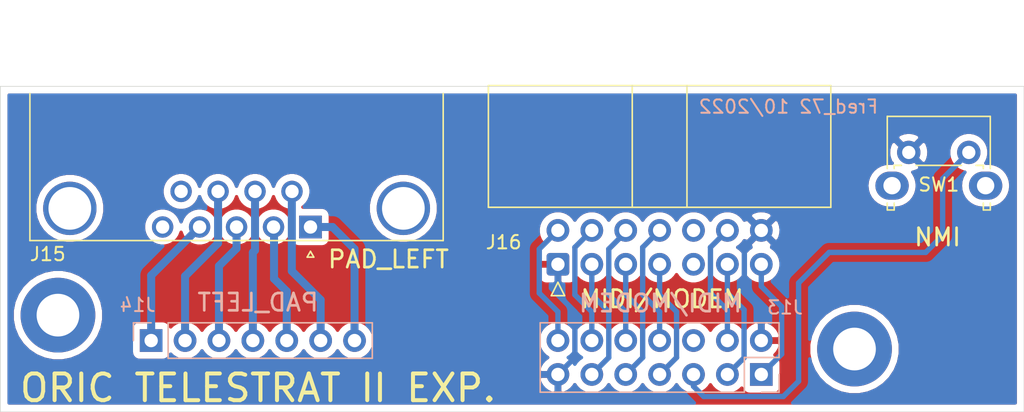
<source format=kicad_pcb>
(kicad_pcb (version 20171130) (host pcbnew "(5.1.12)-1")

  (general
    (thickness 1.6)
    (drawings 6)
    (tracks 83)
    (zones 0)
    (modules 7)
    (nets 25)
  )

  (page A4)
  (layers
    (0 F.Cu signal)
    (31 B.Cu signal)
    (32 B.Adhes user)
    (33 F.Adhes user)
    (34 B.Paste user)
    (35 F.Paste user)
    (36 B.SilkS user)
    (37 F.SilkS user)
    (38 B.Mask user)
    (39 F.Mask user)
    (40 Dwgs.User user)
    (41 Cmts.User user)
    (42 Eco1.User user)
    (43 Eco2.User user)
    (44 Edge.Cuts user)
    (45 Margin user)
    (46 B.CrtYd user)
    (47 F.CrtYd user)
    (48 B.Fab user)
    (49 F.Fab user)
  )

  (setup
    (last_trace_width 0.25)
    (user_trace_width 0.4)
    (user_trace_width 0.6)
    (trace_clearance 0.2)
    (zone_clearance 0.508)
    (zone_45_only no)
    (trace_min 0.2)
    (via_size 0.8)
    (via_drill 0.4)
    (via_min_size 0.4)
    (via_min_drill 0.3)
    (uvia_size 0.3)
    (uvia_drill 0.1)
    (uvias_allowed no)
    (uvia_min_size 0.2)
    (uvia_min_drill 0.1)
    (edge_width 0.05)
    (segment_width 0.2)
    (pcb_text_width 0.3)
    (pcb_text_size 1.5 1.5)
    (mod_edge_width 0.12)
    (mod_text_size 1 1)
    (mod_text_width 0.15)
    (pad_size 2.5 2.1)
    (pad_drill 1.3)
    (pad_to_mask_clearance 0)
    (aux_axis_origin 117.856 95.631)
    (visible_elements 7FFFFFFF)
    (pcbplotparams
      (layerselection 0x010f0_ffffffff)
      (usegerberextensions true)
      (usegerberattributes true)
      (usegerberadvancedattributes true)
      (creategerberjobfile false)
      (excludeedgelayer true)
      (linewidth 0.100000)
      (plotframeref false)
      (viasonmask false)
      (mode 1)
      (useauxorigin true)
      (hpglpennumber 1)
      (hpglpenspeed 20)
      (hpglpendiameter 15.000000)
      (psnegative false)
      (psa4output false)
      (plotreference true)
      (plotvalue true)
      (plotinvisibletext false)
      (padsonsilk false)
      (subtractmaskfromsilk false)
      (outputformat 1)
      (mirror false)
      (drillshape 0)
      (scaleselection 1)
      (outputdirectory "Gerber/"))
  )

  (net 0 "")
  (net 1 "Net-(J13-Pad14)")
  (net 2 "Net-(J13-Pad12)")
  (net 3 "Net-(J13-Pad11)")
  (net 4 "Net-(J13-Pad10)")
  (net 5 "Net-(J13-Pad9)")
  (net 6 "Net-(J13-Pad8)")
  (net 7 "Net-(J13-Pad7)")
  (net 8 "Net-(J13-Pad6)")
  (net 9 "Net-(J13-Pad5)")
  (net 10 "Net-(J13-Pad4)")
  (net 11 "Net-(J13-Pad3)")
  (net 12 "Net-(J13-Pad1)")
  (net 13 "Net-(J14-Pad7)")
  (net 14 "Net-(J14-Pad6)")
  (net 15 "Net-(J14-Pad5)")
  (net 16 "Net-(J14-Pad4)")
  (net 17 "Net-(J14-Pad3)")
  (net 18 "Net-(J15-Pad9)")
  (net 19 "Net-(J15-Pad5)")
  (net 20 "Net-(J16-Pad10)")
  (net 21 "Net-(J16-Pad9)")
  (net 22 GND)
  (net 23 "Net-(J14-Pad2)")
  (net 24 "Net-(J14-Pad1)")

  (net_class Default "This is the default net class."
    (clearance 0.2)
    (trace_width 0.25)
    (via_dia 0.8)
    (via_drill 0.4)
    (uvia_dia 0.3)
    (uvia_drill 0.1)
    (add_net GND)
    (add_net "Net-(J13-Pad1)")
    (add_net "Net-(J13-Pad10)")
    (add_net "Net-(J13-Pad11)")
    (add_net "Net-(J13-Pad12)")
    (add_net "Net-(J13-Pad14)")
    (add_net "Net-(J13-Pad3)")
    (add_net "Net-(J13-Pad4)")
    (add_net "Net-(J13-Pad5)")
    (add_net "Net-(J13-Pad6)")
    (add_net "Net-(J13-Pad7)")
    (add_net "Net-(J13-Pad8)")
    (add_net "Net-(J13-Pad9)")
    (add_net "Net-(J14-Pad1)")
    (add_net "Net-(J14-Pad2)")
    (add_net "Net-(J14-Pad3)")
    (add_net "Net-(J14-Pad4)")
    (add_net "Net-(J14-Pad5)")
    (add_net "Net-(J14-Pad6)")
    (add_net "Net-(J14-Pad7)")
    (add_net "Net-(J15-Pad5)")
    (add_net "Net-(J15-Pad9)")
    (add_net "Net-(J16-Pad10)")
    (add_net "Net-(J16-Pad9)")
  )

  (module Button_Switch_THT:SW_Tactile_SPST_Angled_PTS645Vx58-2LFS (layer F.Cu) (tedit 635405FB) (tstamp 6350125A)
    (at 185.928 76.2)
    (descr "tactile switch SPST right angle, PTS645VL58-2 LFS")
    (tags "tactile switch SPST angled PTS645VL58-2 LFS C&K Button")
    (path /63501D12)
    (fp_text reference SW1 (at 2.25 2.413) (layer F.SilkS)
      (effects (font (size 1 1) (thickness 0.15)))
    )
    (fp_text value NMI (at 2.159 6.35) (layer F.SilkS)
      (effects (font (size 1.3 1.3) (thickness 0.2)))
    )
    (fp_line (start 0.55 0.97) (end 3.95 0.97) (layer F.SilkS) (width 0.12))
    (fp_line (start -1.09 0.97) (end -0.55 0.97) (layer F.SilkS) (width 0.12))
    (fp_line (start 6.11 3.8) (end 6.11 4.31) (layer F.SilkS) (width 0.12))
    (fp_line (start 5.59 4.31) (end 6.11 4.31) (layer F.SilkS) (width 0.12))
    (fp_line (start 5.59 3.8) (end 5.59 4.31) (layer F.SilkS) (width 0.12))
    (fp_line (start 5.05 0.97) (end 5.59 0.97) (layer F.SilkS) (width 0.12))
    (fp_line (start -1.61 3.8) (end -1.61 4.31) (layer F.SilkS) (width 0.12))
    (fp_line (start -1.09 3.8) (end -1.09 4.31) (layer F.SilkS) (width 0.12))
    (fp_line (start 5.59 0.97) (end 5.59 1.2) (layer F.SilkS) (width 0.12))
    (fp_line (start -1.2 4.2) (end -1.2 0.86) (layer F.Fab) (width 0.1))
    (fp_line (start 5.7 4.2) (end 6 4.2) (layer F.Fab) (width 0.1))
    (fp_line (start -1.5 4.2) (end -1.5 -2.59) (layer F.Fab) (width 0.1))
    (fp_line (start -1.5 -2.59) (end 6 -2.59) (layer F.Fab) (width 0.1))
    (fp_line (start -1.61 -2.7) (end -1.61 1.2) (layer F.SilkS) (width 0.12))
    (fp_line (start -1.61 4.31) (end -1.09 4.31) (layer F.SilkS) (width 0.12))
    (fp_line (start 6.11 -2.7) (end 6.11 1.2) (layer F.SilkS) (width 0.12))
    (fp_line (start -1.61 -2.7) (end 6.11 -2.7) (layer F.SilkS) (width 0.12))
    (fp_line (start -2.5 4.45) (end -2.5 -2.8) (layer F.CrtYd) (width 0.05))
    (fp_line (start 7.05 4.45) (end -2.5 4.45) (layer F.CrtYd) (width 0.05))
    (fp_line (start 7.05 -2.8) (end 7.05 4.45) (layer F.CrtYd) (width 0.05))
    (fp_line (start -2.5 -2.8) (end 7.05 -2.8) (layer F.CrtYd) (width 0.05))
    (fp_line (start 6 4.2) (end 6 -2.59) (layer F.Fab) (width 0.1))
    (fp_line (start -1.2 0.86) (end 5.7 0.86) (layer F.Fab) (width 0.1))
    (fp_line (start -1.5 4.2) (end -1.2 4.2) (layer F.Fab) (width 0.1))
    (fp_line (start 5.7 4.2) (end 5.7 0.86) (layer F.Fab) (width 0.1))
    (fp_line (start -1.09 0.97) (end -1.09 1.2) (layer F.SilkS) (width 0.12))
    (fp_line (start 0.5 -5.85) (end 4 -5.85) (layer F.Fab) (width 0.1))
    (fp_line (start 4 -5.85) (end 4 -2.59) (layer F.Fab) (width 0.1))
    (fp_line (start 0.5 -5.85) (end 0.5 -2.59) (layer F.Fab) (width 0.1))
    (fp_text user %R (at 2.25 1.68) (layer F.Fab)
      (effects (font (size 1 1) (thickness 0.15)))
    )
    (pad "" thru_hole oval (at -1.25 2.49) (size 2.5 2.1) (drill 1.3) (layers *.Cu *.Mask))
    (pad 1 thru_hole circle (at 0 0) (size 1.75 1.75) (drill 0.99) (layers *.Cu *.Mask)
      (net 22 GND))
    (pad 2 thru_hole circle (at 4.5 0) (size 1.75 1.75) (drill 0.99) (layers *.Cu *.Mask)
      (net 9 "Net-(J13-Pad5)"))
    (pad "" thru_hole oval (at 5.76 2.49) (size 2.5 2.1) (drill 1.3) (layers *.Cu *.Mask))
    (model ${KISYS3DMOD}/Button_Switch_THT.3dshapes/SW_Tactile_SPST_Angled_PTS645Vx58-2LFS.wrl
      (at (xyz 0 0 0))
      (scale (xyz 1 1 1))
      (rotate (xyz 0 0 0))
    )
  )

  (module Connector_Dsub:DSUB-9_Male_Horizontal_P2.77x2.84mm_EdgePinOffset8mm_Housed_MountingHolesOffset9.2mm (layer F.Cu) (tedit 63271EED) (tstamp 631C48EB)
    (at 141.097 79.502 180)
    (descr "9-pin D-Sub connector, horizontal/angled (90 deg), THT-mount, male, pitch 2.77x2.84mm, pin-PCB-offset 4.9399999999999995mm, distance of mounting holes 25mm, distance of mounting holes to PCB edge 7.4799999999999995mm, see https://disti-assets.s3.amazonaws.com/tonar/files/datasheets/16730.pdf")
    (tags "9-pin D-Sub connector horizontal angled 90deg THT male pitch 2.77x2.84mm pin-PCB-offset 4.9399999999999995mm mounting-holes-distance 25mm mounting-hole-offset 25mm")
    (path /6331EFA5)
    (fp_text reference J15 (at 19.685 -4.318) (layer F.SilkS)
      (effects (font (size 1 1) (thickness 0.15)))
    )
    (fp_text value PAD_LEFT (at -5.842 -4.699) (layer F.SilkS)
      (effects (font (size 1.3 1.3) (thickness 0.2)))
    )
    (fp_line (start -9.885 -3.175) (end -9.885 7.78) (layer F.Fab) (width 0.1))
    (fp_line (start -9.885 7.78) (end 20.965 7.78) (layer F.Fab) (width 0.1))
    (fp_line (start 20.965 7.78) (end 20.965 -3.175) (layer F.Fab) (width 0.1))
    (fp_line (start 20.955 -3.175) (end -9.895 -3.175) (layer F.Fab) (width 0.1))
    (fp_line (start -9.885 7.78) (end -9.885 8.18) (layer F.Fab) (width 0.1))
    (fp_line (start -9.885 8.18) (end 20.965 8.18) (layer F.Fab) (width 0.1))
    (fp_line (start 20.965 8.18) (end 20.965 7.78) (layer F.Fab) (width 0.1))
    (fp_line (start 20.965 7.78) (end -9.885 7.78) (layer F.Fab) (width 0.1))
    (fp_line (start -2.61 8.18) (end -2.61 14.18) (layer F.Fab) (width 0.1))
    (fp_line (start -2.61 14.18) (end 13.69 14.18) (layer F.Fab) (width 0.1))
    (fp_line (start 13.69 14.18) (end 13.69 8.18) (layer F.Fab) (width 0.1))
    (fp_line (start 13.69 8.18) (end -2.61 8.18) (layer F.Fab) (width 0.1))
    (fp_line (start -9.46 8.18) (end -9.46 13.18) (layer F.Fab) (width 0.1))
    (fp_line (start -9.46 13.18) (end -4.46 13.18) (layer F.Fab) (width 0.1))
    (fp_line (start -4.46 13.18) (end -4.46 8.18) (layer F.Fab) (width 0.1))
    (fp_line (start -4.46 8.18) (end -9.46 8.18) (layer F.Fab) (width 0.1))
    (fp_line (start 15.54 8.18) (end 15.54 13.18) (layer F.Fab) (width 0.1))
    (fp_line (start 15.54 13.18) (end 20.54 13.18) (layer F.Fab) (width 0.1))
    (fp_line (start 20.54 13.18) (end 20.54 8.18) (layer F.Fab) (width 0.1))
    (fp_line (start 20.54 8.18) (end 15.54 8.18) (layer F.Fab) (width 0.1))
    (fp_line (start -8.56 7.78) (end -8.56 0.3) (layer F.Fab) (width 0.1))
    (fp_line (start -5.36 7.78) (end -5.36 0.3) (layer F.Fab) (width 0.1))
    (fp_line (start 16.44 7.78) (end 16.44 0.3) (layer F.Fab) (width 0.1))
    (fp_line (start 19.64 7.78) (end 19.64 0.3) (layer F.Fab) (width 0.1))
    (fp_line (start -9.945 7.72) (end -9.945 -3.302) (layer F.SilkS) (width 0.12))
    (fp_line (start -9.945 -3.302) (end 21.025 -3.302) (layer F.SilkS) (width 0.12))
    (fp_line (start 21.025 -3.302) (end 21.025 7.72) (layer F.SilkS) (width 0.12))
    (fp_line (start -0.25 -4.543338) (end 0.25 -4.543338) (layer F.SilkS) (width 0.12))
    (fp_line (start 0.25 -4.543338) (end 0 -4.110325) (layer F.SilkS) (width 0.12))
    (fp_line (start 0 -4.110325) (end -0.25 -4.543338) (layer F.SilkS) (width 0.12))
    (fp_line (start -10.4 -3.429) (end -10.4 14.7) (layer F.CrtYd) (width 0.05))
    (fp_line (start -10.4 14.7) (end 21.5 14.7) (layer F.CrtYd) (width 0.05))
    (fp_line (start 21.5 14.7) (end 21.5 -3.429) (layer F.CrtYd) (width 0.05))
    (fp_line (start 21.5 -3.429) (end -10.4 -3.429) (layer F.CrtYd) (width 0.05))
    (fp_text user %R (at 5.54 11.18) (layer F.Fab)
      (effects (font (size 1 1) (thickness 0.15)))
    )
    (fp_arc (start 18.04 0.3) (end 16.44 0.3) (angle 180) (layer F.Fab) (width 0.1))
    (fp_arc (start -6.96 0.3) (end -8.56 0.3) (angle 180) (layer F.Fab) (width 0.1))
    (pad 0 thru_hole circle (at 18.034 -0.889 180) (size 4 4) (drill 3.2) (layers *.Cu *.Mask))
    (pad 0 thru_hole circle (at -6.96 -0.889 180) (size 4 4) (drill 3.2) (layers *.Cu *.Mask))
    (pad 9 thru_hole circle (at 9.695 0.381 180) (size 1.6 1.6) (drill 1) (layers *.Cu *.Mask)
      (net 18 "Net-(J15-Pad9)"))
    (pad 8 thru_hole circle (at 6.925 0.381 180) (size 1.6 1.6) (drill 1) (layers *.Cu *.Mask)
      (net 23 "Net-(J14-Pad2)"))
    (pad 7 thru_hole circle (at 4.155 0.381 180) (size 1.6 1.6) (drill 1) (layers *.Cu *.Mask)
      (net 16 "Net-(J14-Pad4)"))
    (pad 6 thru_hole circle (at 1.385 0.381 180) (size 1.6 1.6) (drill 1) (layers *.Cu *.Mask)
      (net 14 "Net-(J14-Pad6)"))
    (pad 5 thru_hole circle (at 11.08 -2.286 180) (size 1.6 1.6) (drill 1) (layers *.Cu *.Mask)
      (net 19 "Net-(J15-Pad5)"))
    (pad 4 thru_hole circle (at 8.31 -2.286 180) (size 1.6 1.6) (drill 1) (layers *.Cu *.Mask)
      (net 24 "Net-(J14-Pad1)"))
    (pad 3 thru_hole circle (at 5.54 -2.286 180) (size 1.6 1.6) (drill 1) (layers *.Cu *.Mask)
      (net 17 "Net-(J14-Pad3)"))
    (pad 2 thru_hole circle (at 2.77 -2.286 180) (size 1.6 1.6) (drill 1) (layers *.Cu *.Mask)
      (net 15 "Net-(J14-Pad5)"))
    (pad 1 thru_hole rect (at 0 -2.286 180) (size 1.7 1.7) (drill 1) (layers *.Cu *.Mask)
      (net 13 "Net-(J14-Pad7)"))
    (model ${KISYS3DMOD}/Connector_Dsub.3dshapes/DSUB-9_Male_Horizontal_P2.77x2.84mm_EdgePinOffset4.94mm_Housed_MountingHolesOffset7.48mm.wrl
      (offset (xyz 0 0.5 0))
      (scale (xyz 1 1.1 1))
      (rotate (xyz 0 0 0))
    )
  )

  (module Connector_IDC:IDC-Header_2x07_P2.54mm_Horizontal (layer F.Cu) (tedit 5EAC9A08) (tstamp 631C69D7)
    (at 159.639 84.582 90)
    (descr "Through hole IDC box header, 2x07, 2.54mm pitch, DIN 41651 / IEC 60603-13, double rows, https://docs.google.com/spreadsheets/d/16SsEcesNF15N3Lb4niX7dcUr-NY5_MFPQhobNuNppn4/edit#gid=0")
    (tags "Through hole horizontal IDC box header THT 2x07 2.54mm double row")
    (path /63320049)
    (fp_text reference J16 (at 1.651 -4.064 180) (layer F.SilkS)
      (effects (font (size 1 1) (thickness 0.15)))
    )
    (fp_text value MIDI/MODEM (at -2.6035 7.8105 180) (layer F.SilkS)
      (effects (font (size 1.3 1.3) (thickness 0.2)))
    )
    (fp_line (start 13.78 -5.6) (end -1.35 -5.6) (layer F.CrtYd) (width 0.05))
    (fp_line (start 13.78 20.84) (end 13.78 -5.6) (layer F.CrtYd) (width 0.05))
    (fp_line (start -1.35 20.84) (end 13.78 20.84) (layer F.CrtYd) (width 0.05))
    (fp_line (start -1.35 -5.6) (end -1.35 20.84) (layer F.CrtYd) (width 0.05))
    (fp_line (start -2.35 0.5) (end -1.35 0) (layer F.SilkS) (width 0.12))
    (fp_line (start -2.35 -0.5) (end -2.35 0.5) (layer F.SilkS) (width 0.12))
    (fp_line (start -1.35 0) (end -2.35 -0.5) (layer F.SilkS) (width 0.12))
    (fp_line (start 4.27 20.45) (end 4.27 -5.21) (layer F.SilkS) (width 0.12))
    (fp_line (start 13.39 20.45) (end 4.27 20.45) (layer F.SilkS) (width 0.12))
    (fp_line (start 13.39 -5.21) (end 13.39 20.45) (layer F.SilkS) (width 0.12))
    (fp_line (start 4.27 -5.21) (end 13.39 -5.21) (layer F.SilkS) (width 0.12))
    (fp_line (start 4.38 20.34) (end 4.38 -4.1) (layer F.Fab) (width 0.1))
    (fp_line (start 13.28 20.34) (end 4.38 20.34) (layer F.Fab) (width 0.1))
    (fp_line (start 13.28 -5.1) (end 13.28 20.34) (layer F.Fab) (width 0.1))
    (fp_line (start 5.38 -5.1) (end 13.28 -5.1) (layer F.Fab) (width 0.1))
    (fp_line (start -0.32 15.56) (end 4.38 15.56) (layer F.Fab) (width 0.1))
    (fp_line (start -0.32 14.92) (end -0.32 15.56) (layer F.Fab) (width 0.1))
    (fp_line (start 4.38 14.92) (end -0.32 14.92) (layer F.Fab) (width 0.1))
    (fp_line (start -0.32 13.02) (end 4.38 13.02) (layer F.Fab) (width 0.1))
    (fp_line (start -0.32 12.38) (end -0.32 13.02) (layer F.Fab) (width 0.1))
    (fp_line (start 4.38 12.38) (end -0.32 12.38) (layer F.Fab) (width 0.1))
    (fp_line (start -0.32 10.48) (end 4.38 10.48) (layer F.Fab) (width 0.1))
    (fp_line (start -0.32 9.84) (end -0.32 10.48) (layer F.Fab) (width 0.1))
    (fp_line (start 4.38 9.84) (end -0.32 9.84) (layer F.Fab) (width 0.1))
    (fp_line (start -0.32 7.94) (end 4.38 7.94) (layer F.Fab) (width 0.1))
    (fp_line (start -0.32 7.3) (end -0.32 7.94) (layer F.Fab) (width 0.1))
    (fp_line (start 4.38 7.3) (end -0.32 7.3) (layer F.Fab) (width 0.1))
    (fp_line (start -0.32 5.4) (end 4.38 5.4) (layer F.Fab) (width 0.1))
    (fp_line (start -0.32 4.76) (end -0.32 5.4) (layer F.Fab) (width 0.1))
    (fp_line (start 4.38 4.76) (end -0.32 4.76) (layer F.Fab) (width 0.1))
    (fp_line (start -0.32 2.86) (end 4.38 2.86) (layer F.Fab) (width 0.1))
    (fp_line (start -0.32 2.22) (end -0.32 2.86) (layer F.Fab) (width 0.1))
    (fp_line (start 4.38 2.22) (end -0.32 2.22) (layer F.Fab) (width 0.1))
    (fp_line (start -0.32 0.32) (end 4.38 0.32) (layer F.Fab) (width 0.1))
    (fp_line (start -0.32 -0.32) (end -0.32 0.32) (layer F.Fab) (width 0.1))
    (fp_line (start 4.38 -0.32) (end -0.32 -0.32) (layer F.Fab) (width 0.1))
    (fp_line (start 4.27 9.67) (end 13.39 9.67) (layer F.SilkS) (width 0.12))
    (fp_line (start 4.27 5.57) (end 13.39 5.57) (layer F.SilkS) (width 0.12))
    (fp_line (start 4.38 9.67) (end 13.28 9.67) (layer F.Fab) (width 0.1))
    (fp_line (start 4.38 5.57) (end 13.28 5.57) (layer F.Fab) (width 0.1))
    (fp_line (start 4.38 -4.1) (end 5.38 -5.1) (layer F.Fab) (width 0.1))
    (fp_text user %R (at 8.83 7.62) (layer F.Fab)
      (effects (font (size 1 1) (thickness 0.15)))
    )
    (pad 14 thru_hole circle (at 2.54 15.24 90) (size 1.7 1.7) (drill 1) (layers *.Cu *.Mask)
      (net 22 GND))
    (pad 12 thru_hole circle (at 2.54 12.7 90) (size 1.7 1.7) (drill 1) (layers *.Cu *.Mask)
      (net 10 "Net-(J13-Pad4)"))
    (pad 10 thru_hole circle (at 2.54 10.16 90) (size 1.7 1.7) (drill 1) (layers *.Cu *.Mask)
      (net 20 "Net-(J16-Pad10)"))
    (pad 8 thru_hole circle (at 2.54 7.62 90) (size 1.7 1.7) (drill 1) (layers *.Cu *.Mask)
      (net 6 "Net-(J13-Pad8)"))
    (pad 6 thru_hole circle (at 2.54 5.08 90) (size 1.7 1.7) (drill 1) (layers *.Cu *.Mask)
      (net 4 "Net-(J13-Pad10)"))
    (pad 4 thru_hole circle (at 2.54 2.54 90) (size 1.7 1.7) (drill 1) (layers *.Cu *.Mask)
      (net 2 "Net-(J13-Pad12)"))
    (pad 2 thru_hole circle (at 2.54 0 90) (size 1.7 1.7) (drill 1) (layers *.Cu *.Mask)
      (net 1 "Net-(J13-Pad14)"))
    (pad 13 thru_hole circle (at 0 15.24 90) (size 1.7 1.7) (drill 1) (layers *.Cu *.Mask)
      (net 12 "Net-(J13-Pad1)"))
    (pad 11 thru_hole circle (at 0 12.7 90) (size 1.7 1.7) (drill 1) (layers *.Cu *.Mask)
      (net 11 "Net-(J13-Pad3)"))
    (pad 9 thru_hole circle (at 0 10.16 90) (size 1.7 1.7) (drill 1) (layers *.Cu *.Mask)
      (net 21 "Net-(J16-Pad9)"))
    (pad 7 thru_hole circle (at 0 7.62 90) (size 1.7 1.7) (drill 1) (layers *.Cu *.Mask)
      (net 7 "Net-(J13-Pad7)"))
    (pad 5 thru_hole circle (at 0 5.08 90) (size 1.7 1.7) (drill 1) (layers *.Cu *.Mask)
      (net 5 "Net-(J13-Pad9)"))
    (pad 3 thru_hole circle (at 0 2.54 90) (size 1.7 1.7) (drill 1) (layers *.Cu *.Mask)
      (net 3 "Net-(J13-Pad11)"))
    (pad 1 thru_hole roundrect (at 0 0 90) (size 1.7 1.7) (drill 1) (layers *.Cu *.Mask) (roundrect_rratio 0.1470588235294118)
      (net 22 GND))
    (model ${KISYS3DMOD}/Connector_IDC.3dshapes/IDC-Header_2x07_P2.54mm_Horizontal.wrl
      (at (xyz 0 0 0))
      (scale (xyz 1 1 1))
      (rotate (xyz 0 0 0))
    )
  )

  (module Connector_PinHeader_2.54mm:PinHeader_1x07_P2.54mm_Vertical (layer B.Cu) (tedit 59FED5CC) (tstamp 631C699B)
    (at 129.159 90.297 270)
    (descr "Through hole straight pin header, 1x07, 2.54mm pitch, single row")
    (tags "Through hole pin header THT 1x07 2.54mm single row")
    (path /6331EE5F)
    (fp_text reference J14 (at -2.667 1.016) (layer B.SilkS)
      (effects (font (size 1 1) (thickness 0.15)) (justify mirror))
    )
    (fp_text value PAD_LEFT (at -2.8575 -8.001) (layer B.SilkS)
      (effects (font (size 1.3 1.3) (thickness 0.2)) (justify mirror))
    )
    (fp_line (start 1.8 1.8) (end -1.8 1.8) (layer B.CrtYd) (width 0.05))
    (fp_line (start 1.8 -17.05) (end 1.8 1.8) (layer B.CrtYd) (width 0.05))
    (fp_line (start -1.8 -17.05) (end 1.8 -17.05) (layer B.CrtYd) (width 0.05))
    (fp_line (start -1.8 1.8) (end -1.8 -17.05) (layer B.CrtYd) (width 0.05))
    (fp_line (start -1.33 1.33) (end 0 1.33) (layer B.SilkS) (width 0.12))
    (fp_line (start -1.33 0) (end -1.33 1.33) (layer B.SilkS) (width 0.12))
    (fp_line (start -1.33 -1.27) (end 1.33 -1.27) (layer B.SilkS) (width 0.12))
    (fp_line (start 1.33 -1.27) (end 1.33 -16.57) (layer B.SilkS) (width 0.12))
    (fp_line (start -1.33 -1.27) (end -1.33 -16.57) (layer B.SilkS) (width 0.12))
    (fp_line (start -1.33 -16.57) (end 1.33 -16.57) (layer B.SilkS) (width 0.12))
    (fp_line (start -1.27 0.635) (end -0.635 1.27) (layer B.Fab) (width 0.1))
    (fp_line (start -1.27 -16.51) (end -1.27 0.635) (layer B.Fab) (width 0.1))
    (fp_line (start 1.27 -16.51) (end -1.27 -16.51) (layer B.Fab) (width 0.1))
    (fp_line (start 1.27 1.27) (end 1.27 -16.51) (layer B.Fab) (width 0.1))
    (fp_line (start -0.635 1.27) (end 1.27 1.27) (layer B.Fab) (width 0.1))
    (fp_text user %R (at 0 -7.62) (layer B.Fab)
      (effects (font (size 1 1) (thickness 0.15)) (justify mirror))
    )
    (pad 7 thru_hole oval (at 0 -15.24 270) (size 1.7 1.7) (drill 1) (layers *.Cu *.Mask)
      (net 13 "Net-(J14-Pad7)"))
    (pad 6 thru_hole oval (at 0 -12.7 270) (size 1.7 1.7) (drill 1) (layers *.Cu *.Mask)
      (net 14 "Net-(J14-Pad6)"))
    (pad 5 thru_hole oval (at 0 -10.16 270) (size 1.7 1.7) (drill 1) (layers *.Cu *.Mask)
      (net 15 "Net-(J14-Pad5)"))
    (pad 4 thru_hole oval (at 0 -7.62 270) (size 1.7 1.7) (drill 1) (layers *.Cu *.Mask)
      (net 16 "Net-(J14-Pad4)"))
    (pad 3 thru_hole oval (at 0 -5.08 270) (size 1.7 1.7) (drill 1) (layers *.Cu *.Mask)
      (net 17 "Net-(J14-Pad3)"))
    (pad 2 thru_hole oval (at 0 -2.54 270) (size 1.7 1.7) (drill 1) (layers *.Cu *.Mask)
      (net 23 "Net-(J14-Pad2)"))
    (pad 1 thru_hole rect (at 0 0 270) (size 1.7 1.7) (drill 1) (layers *.Cu *.Mask)
      (net 24 "Net-(J14-Pad1)"))
    (model ${KISYS3DMOD}/Connector_PinHeader_2.54mm.3dshapes/PinHeader_1x07_P2.54mm_Vertical.wrl
      (at (xyz 0 0 0))
      (scale (xyz 1 1 1))
      (rotate (xyz 0 0 0))
    )
  )

  (module Connector_PinHeader_2.54mm:PinHeader_2x07_P2.54mm_Vertical (layer B.Cu) (tedit 59FED5CC) (tstamp 631C6980)
    (at 174.879 92.837 90)
    (descr "Through hole straight pin header, 2x07, 2.54mm pitch, double rows")
    (tags "Through hole pin header THT 2x07 2.54mm double row")
    (path /6332B939)
    (fp_text reference J13 (at 5.0165 1.778) (layer B.SilkS)
      (effects (font (size 1 1) (thickness 0.15)) (justify mirror))
    )
    (fp_text value MIDI/MODEM (at 5.334 -7.5565) (layer B.SilkS)
      (effects (font (size 1.3 1.3) (thickness 0.2)) (justify mirror))
    )
    (fp_line (start 4.35 1.8) (end -1.8 1.8) (layer B.CrtYd) (width 0.05))
    (fp_line (start 4.35 -17.05) (end 4.35 1.8) (layer B.CrtYd) (width 0.05))
    (fp_line (start -1.8 -17.05) (end 4.35 -17.05) (layer B.CrtYd) (width 0.05))
    (fp_line (start -1.8 1.8) (end -1.8 -17.05) (layer B.CrtYd) (width 0.05))
    (fp_line (start -1.33 1.33) (end 0 1.33) (layer B.SilkS) (width 0.12))
    (fp_line (start -1.33 0) (end -1.33 1.33) (layer B.SilkS) (width 0.12))
    (fp_line (start 1.27 1.33) (end 3.87 1.33) (layer B.SilkS) (width 0.12))
    (fp_line (start 1.27 -1.27) (end 1.27 1.33) (layer B.SilkS) (width 0.12))
    (fp_line (start -1.33 -1.27) (end 1.27 -1.27) (layer B.SilkS) (width 0.12))
    (fp_line (start 3.87 1.33) (end 3.87 -16.57) (layer B.SilkS) (width 0.12))
    (fp_line (start -1.33 -1.27) (end -1.33 -16.57) (layer B.SilkS) (width 0.12))
    (fp_line (start -1.33 -16.57) (end 3.87 -16.57) (layer B.SilkS) (width 0.12))
    (fp_line (start -1.27 0) (end 0 1.27) (layer B.Fab) (width 0.1))
    (fp_line (start -1.27 -16.51) (end -1.27 0) (layer B.Fab) (width 0.1))
    (fp_line (start 3.81 -16.51) (end -1.27 -16.51) (layer B.Fab) (width 0.1))
    (fp_line (start 3.81 1.27) (end 3.81 -16.51) (layer B.Fab) (width 0.1))
    (fp_line (start 0 1.27) (end 3.81 1.27) (layer B.Fab) (width 0.1))
    (fp_text user %R (at 1.27 -7.62) (layer B.Fab)
      (effects (font (size 1 1) (thickness 0.15)) (justify mirror))
    )
    (pad 14 thru_hole oval (at 2.54 -15.24 90) (size 1.7 1.7) (drill 1) (layers *.Cu *.Mask)
      (net 1 "Net-(J13-Pad14)"))
    (pad 13 thru_hole oval (at 0 -15.24 90) (size 1.7 1.7) (drill 1) (layers *.Cu *.Mask)
      (net 22 GND))
    (pad 12 thru_hole oval (at 2.54 -12.7 90) (size 1.7 1.7) (drill 1) (layers *.Cu *.Mask)
      (net 2 "Net-(J13-Pad12)"))
    (pad 11 thru_hole oval (at 0 -12.7 90) (size 1.7 1.7) (drill 1) (layers *.Cu *.Mask)
      (net 3 "Net-(J13-Pad11)"))
    (pad 10 thru_hole oval (at 2.54 -10.16 90) (size 1.7 1.7) (drill 1) (layers *.Cu *.Mask)
      (net 4 "Net-(J13-Pad10)"))
    (pad 9 thru_hole oval (at 0 -10.16 90) (size 1.7 1.7) (drill 1) (layers *.Cu *.Mask)
      (net 5 "Net-(J13-Pad9)"))
    (pad 8 thru_hole oval (at 2.54 -7.62 90) (size 1.7 1.7) (drill 1) (layers *.Cu *.Mask)
      (net 6 "Net-(J13-Pad8)"))
    (pad 7 thru_hole oval (at 0 -7.62 90) (size 1.7 1.7) (drill 1) (layers *.Cu *.Mask)
      (net 7 "Net-(J13-Pad7)"))
    (pad 6 thru_hole oval (at 2.54 -5.08 90) (size 1.7 1.7) (drill 1) (layers *.Cu *.Mask)
      (net 8 "Net-(J13-Pad6)"))
    (pad 5 thru_hole oval (at 0 -5.08 90) (size 1.7 1.7) (drill 1) (layers *.Cu *.Mask)
      (net 9 "Net-(J13-Pad5)"))
    (pad 4 thru_hole oval (at 2.54 -2.54 90) (size 1.7 1.7) (drill 1) (layers *.Cu *.Mask)
      (net 10 "Net-(J13-Pad4)"))
    (pad 3 thru_hole oval (at 0 -2.54 90) (size 1.7 1.7) (drill 1) (layers *.Cu *.Mask)
      (net 11 "Net-(J13-Pad3)"))
    (pad 2 thru_hole oval (at 2.54 0 90) (size 1.7 1.7) (drill 1) (layers *.Cu *.Mask)
      (net 22 GND))
    (pad 1 thru_hole rect (at 0 0 90) (size 1.7 1.7) (drill 1) (layers *.Cu *.Mask)
      (net 12 "Net-(J13-Pad1)"))
    (model ${KISYS3DMOD}/Connector_PinHeader_2.54mm.3dshapes/PinHeader_2x07_P2.54mm_Vertical.wrl
      (at (xyz 0 0 0))
      (scale (xyz 1 1 1))
      (rotate (xyz 0 0 0))
    )
  )

  (module MountingHole:MountingHole_3.2mm_M3_DIN965_Pad (layer F.Cu) (tedit 56D1B4CB) (tstamp 631C695C)
    (at 181.864 90.932)
    (descr "Mounting Hole 3.2mm, M3, DIN965")
    (tags "mounting hole 3.2mm m3 din965")
    (path /63350172)
    (attr virtual)
    (fp_text reference H2 (at 0 -3.8) (layer F.SilkS) hide
      (effects (font (size 1 1) (thickness 0.15)))
    )
    (fp_text value EXT (at 0 3.8) (layer F.Fab)
      (effects (font (size 1 1) (thickness 0.15)))
    )
    (fp_circle (center 0 0) (end 3.05 0) (layer F.CrtYd) (width 0.05))
    (fp_circle (center 0 0) (end 2.8 0) (layer Cmts.User) (width 0.15))
    (fp_text user %R (at 0.3 0) (layer F.Fab)
      (effects (font (size 1 1) (thickness 0.15)))
    )
    (pad 1 thru_hole circle (at 0 0) (size 5.6 5.6) (drill 3.2) (layers *.Cu *.Mask))
  )

  (module MountingHole:MountingHole_3.2mm_M3_DIN965_Pad locked (layer F.Cu) (tedit 56D1B4CB) (tstamp 631C6954)
    (at 122.174 88.392)
    (descr "Mounting Hole 3.2mm, M3, DIN965")
    (tags "mounting hole 3.2mm m3 din965")
    (path /6335016C)
    (attr virtual)
    (fp_text reference H1 (at 0 -3.8) (layer F.SilkS) hide
      (effects (font (size 1 1) (thickness 0.15)))
    )
    (fp_text value EXT (at 0 3.8) (layer F.Fab)
      (effects (font (size 1 1) (thickness 0.15)))
    )
    (fp_circle (center 0 0) (end 3.05 0) (layer F.CrtYd) (width 0.05))
    (fp_circle (center 0 0) (end 2.8 0) (layer Cmts.User) (width 0.15))
    (fp_text user %R (at 0.3 0) (layer F.Fab)
      (effects (font (size 1 1) (thickness 0.15)))
    )
    (pad 1 thru_hole circle (at 0 0) (size 5.6 5.6) (drill 3.2) (layers *.Cu *.Mask))
  )

  (gr_text "ORIC TELESTRAT II EXP." (at 137.16 93.853) (layer F.SilkS)
    (effects (font (size 2 2) (thickness 0.3)))
  )
  (gr_text "Fred_72 10/2022" (at 176.911 72.771) (layer B.SilkS)
    (effects (font (size 1 1) (thickness 0.15)) (justify mirror))
  )
  (gr_line (start 194.564 71.247) (end 117.856 71.247) (layer Edge.Cuts) (width 0.05) (tstamp 631C46CA))
  (gr_line (start 194.564 71.247) (end 194.564 95.631) (layer Edge.Cuts) (width 0.05) (tstamp 631C46C9))
  (gr_line (start 194.564 95.631) (end 117.856 95.631) (layer Edge.Cuts) (width 0.05) (tstamp 631C467E))
  (gr_line (start 117.856 95.631) (end 117.856 71.247) (layer Edge.Cuts) (width 0.05) (tstamp 631C467D))

  (segment (start 159.639 88.138) (end 159.639 90.297) (width 0.4) (layer B.Cu) (net 1))
  (segment (start 158.242 86.741) (end 159.639 88.138) (width 0.4) (layer B.Cu) (net 1))
  (segment (start 158.242 83.439) (end 158.242 86.741) (width 0.4) (layer B.Cu) (net 1))
  (segment (start 159.639 82.042) (end 158.242 83.439) (width 0.4) (layer B.Cu) (net 1))
  (segment (start 162.179 88.138) (end 162.179 90.297) (width 0.4) (layer B.Cu) (net 2))
  (segment (start 160.909 86.868) (end 162.179 88.138) (width 0.4) (layer B.Cu) (net 2))
  (segment (start 160.909 83.312) (end 160.909 86.868) (width 0.4) (layer B.Cu) (net 2))
  (segment (start 162.179 82.042) (end 160.909 83.312) (width 0.4) (layer B.Cu) (net 2))
  (segment (start 163.449 91.567) (end 162.179 92.837) (width 0.4) (layer B.Cu) (net 3))
  (segment (start 163.449 88.138) (end 163.449 91.567) (width 0.4) (layer B.Cu) (net 3))
  (segment (start 162.179 86.868) (end 163.449 88.138) (width 0.4) (layer B.Cu) (net 3))
  (segment (start 162.179 84.582) (end 162.179 86.868) (width 0.4) (layer B.Cu) (net 3))
  (segment (start 164.719 88.138) (end 164.719 90.297) (width 0.4) (layer B.Cu) (net 4))
  (segment (start 163.449 86.868) (end 164.719 88.138) (width 0.4) (layer B.Cu) (net 4))
  (segment (start 163.449 83.439) (end 163.449 86.868) (width 0.4) (layer B.Cu) (net 4))
  (segment (start 164.719 82.169) (end 163.449 83.439) (width 0.4) (layer B.Cu) (net 4))
  (segment (start 164.719 82.042) (end 164.719 82.169) (width 0.4) (layer B.Cu) (net 4))
  (segment (start 165.989 91.567) (end 164.719 92.837) (width 0.4) (layer B.Cu) (net 5))
  (segment (start 165.989 88.138) (end 165.989 91.567) (width 0.4) (layer B.Cu) (net 5))
  (segment (start 164.719 86.868) (end 165.989 88.138) (width 0.4) (layer B.Cu) (net 5))
  (segment (start 164.719 84.582) (end 164.719 86.868) (width 0.4) (layer B.Cu) (net 5))
  (segment (start 167.259 88.138) (end 167.259 90.297) (width 0.4) (layer B.Cu) (net 6))
  (segment (start 165.989 86.868) (end 167.259 88.138) (width 0.4) (layer B.Cu) (net 6))
  (segment (start 165.989 83.312) (end 165.989 86.868) (width 0.4) (layer B.Cu) (net 6))
  (segment (start 167.259 82.042) (end 165.989 83.312) (width 0.4) (layer B.Cu) (net 6))
  (segment (start 168.529 91.567) (end 167.259 92.837) (width 0.4) (layer B.Cu) (net 7))
  (segment (start 168.529 88.138) (end 168.529 91.567) (width 0.4) (layer B.Cu) (net 7))
  (segment (start 167.259 86.868) (end 168.529 88.138) (width 0.4) (layer B.Cu) (net 7))
  (segment (start 167.259 84.582) (end 167.259 86.868) (width 0.4) (layer B.Cu) (net 7))
  (segment (start 169.799 92.837) (end 169.799 93.726) (width 0.4) (layer B.Cu) (net 9))
  (segment (start 169.799 93.726) (end 170.561 94.488) (width 0.4) (layer B.Cu) (net 9))
  (segment (start 170.561 94.488) (end 176.53 94.488) (width 0.4) (layer B.Cu) (net 9))
  (segment (start 176.53 94.488) (end 177.673 93.345) (width 0.4) (layer B.Cu) (net 9))
  (segment (start 177.673 93.345) (end 177.673 85.979) (width 0.4) (layer B.Cu) (net 9))
  (segment (start 177.673 85.979) (end 179.959 83.693) (width 0.4) (layer B.Cu) (net 9))
  (segment (start 179.959 83.693) (end 187.198 83.693) (width 0.4) (layer B.Cu) (net 9))
  (segment (start 187.198 83.693) (end 188.468 82.423) (width 0.4) (layer B.Cu) (net 9))
  (segment (start 188.468 78.16) (end 190.428 76.2) (width 0.4) (layer B.Cu) (net 9))
  (segment (start 188.468 82.423) (end 188.468 78.16) (width 0.4) (layer B.Cu) (net 9))
  (segment (start 172.339 88.011) (end 172.339 90.297) (width 0.4) (layer B.Cu) (net 10))
  (segment (start 171.069 86.741) (end 172.339 88.011) (width 0.4) (layer B.Cu) (net 10))
  (segment (start 171.069 83.312) (end 171.069 86.741) (width 0.4) (layer B.Cu) (net 10))
  (segment (start 172.339 82.042) (end 171.069 83.312) (width 0.4) (layer B.Cu) (net 10))
  (segment (start 173.589001 91.586999) (end 172.339 92.837) (width 0.4) (layer B.Cu) (net 11))
  (segment (start 173.589001 87.991001) (end 173.589001 91.586999) (width 0.4) (layer B.Cu) (net 11))
  (segment (start 172.339 86.741) (end 173.589001 87.991001) (width 0.4) (layer B.Cu) (net 11))
  (segment (start 172.339 84.582) (end 172.339 86.741) (width 0.4) (layer B.Cu) (net 11))
  (segment (start 174.879 84.582) (end 174.879 86.233) (width 0.4) (layer B.Cu) (net 12))
  (segment (start 174.879 86.233) (end 176.403 87.757) (width 0.4) (layer B.Cu) (net 12))
  (segment (start 176.403 91.313) (end 174.879 92.837) (width 0.4) (layer B.Cu) (net 12))
  (segment (start 176.403 87.757) (end 176.403 91.313) (width 0.4) (layer B.Cu) (net 12))
  (segment (start 144.399 90.297) (end 144.399 83.439) (width 0.6) (layer B.Cu) (net 13))
  (segment (start 142.748 81.788) (end 141.097 81.788) (width 0.6) (layer B.Cu) (net 13))
  (segment (start 144.399 83.439) (end 142.748 81.788) (width 0.6) (layer B.Cu) (net 13))
  (segment (start 141.859 87.249) (end 141.859 90.297) (width 0.6) (layer B.Cu) (net 14))
  (segment (start 139.7 79.133) (end 139.712 79.121) (width 0.6) (layer B.Cu) (net 14))
  (segment (start 139.7 85.09) (end 139.7 79.133) (width 0.6) (layer B.Cu) (net 14))
  (segment (start 139.7 85.09) (end 141.859 87.249) (width 0.6) (layer B.Cu) (net 14))
  (segment (start 139.319 86.614) (end 139.319 90.297) (width 0.6) (layer B.Cu) (net 15))
  (segment (start 138.3665 81.8275) (end 138.327 81.788) (width 0.6) (layer B.Cu) (net 15))
  (segment (start 138.3665 85.6615) (end 138.3665 81.8275) (width 0.6) (layer B.Cu) (net 15))
  (segment (start 138.3665 85.6615) (end 139.319 86.614) (width 0.6) (layer B.Cu) (net 15))
  (segment (start 136.779 87.503) (end 136.779 83.693) (width 0.6) (layer B.Cu) (net 16))
  (segment (start 136.779 87.503) (end 136.779 90.297) (width 0.6) (layer B.Cu) (net 16))
  (segment (start 136.942 83.53) (end 136.942 79.121) (width 0.6) (layer B.Cu) (net 16))
  (segment (start 136.779 83.693) (end 136.942 83.53) (width 0.6) (layer B.Cu) (net 16))
  (segment (start 134.239 90.297) (end 134.239 84.709) (width 0.6) (layer B.Cu) (net 17))
  (segment (start 135.557 83.391) (end 135.557 81.788) (width 0.6) (layer B.Cu) (net 17))
  (segment (start 134.239 84.709) (end 135.557 83.391) (width 0.6) (layer B.Cu) (net 17))
  (segment (start 159.893 92.964) (end 159.893 92.71) (width 0.5) (layer B.Cu) (net 22) (tstamp 631C467F))
  (segment (start 159.639 84.582) (end 159.639 86.868) (width 0.4) (layer B.Cu) (net 22))
  (segment (start 159.639 86.868) (end 160.909 88.138) (width 0.4) (layer B.Cu) (net 22))
  (segment (start 160.909 91.567) (end 159.639 92.837) (width 0.4) (layer B.Cu) (net 22))
  (segment (start 160.909 88.138) (end 160.909 91.567) (width 0.4) (layer B.Cu) (net 22))
  (segment (start 174.879 88.011) (end 174.879 90.297) (width 0.4) (layer B.Cu) (net 22))
  (segment (start 173.609 86.741) (end 174.879 88.011) (width 0.4) (layer B.Cu) (net 22))
  (segment (start 173.609 83.312) (end 173.609 86.741) (width 0.4) (layer B.Cu) (net 22))
  (segment (start 174.879 82.042) (end 173.609 83.312) (width 0.4) (layer B.Cu) (net 22))
  (segment (start 131.699 85.471) (end 131.699 90.297) (width 0.6) (layer B.Cu) (net 23))
  (segment (start 134.172 82.998) (end 134.172 79.121) (width 0.6) (layer B.Cu) (net 23))
  (segment (start 131.699 85.471) (end 134.172 82.998) (width 0.6) (layer B.Cu) (net 23))
  (segment (start 129.159 85.416) (end 132.787 81.788) (width 0.6) (layer B.Cu) (net 24))
  (segment (start 129.159 90.297) (end 129.159 85.416) (width 0.6) (layer B.Cu) (net 24))

  (zone (net 22) (net_name GND) (layer B.Cu) (tstamp 6327B904) (hatch edge 0.508)
    (connect_pads (clearance 0.508))
    (min_thickness 0.254)
    (fill yes (arc_segments 32) (thermal_gap 0.508) (thermal_bridge_width 0.508))
    (polygon
      (pts
        (xy 194.564 95.631) (xy 117.856 95.631) (xy 117.856 71.247) (xy 194.564 71.247)
      )
    )
    (filled_polygon
      (pts
        (xy 193.904001 94.971) (xy 177.227867 94.971) (xy 178.234428 93.96444) (xy 178.266291 93.938291) (xy 178.370636 93.811146)
        (xy 178.448172 93.666087) (xy 178.495918 93.508689) (xy 178.508 93.386019) (xy 178.508 93.386018) (xy 178.51204 93.345001)
        (xy 178.508 93.303982) (xy 178.508 91.667475) (xy 178.561006 91.933952) (xy 178.819943 92.559082) (xy 179.195862 93.121685)
        (xy 179.674315 93.600138) (xy 180.236918 93.976057) (xy 180.862048 94.234994) (xy 181.525682 94.367) (xy 182.202318 94.367)
        (xy 182.865952 94.234994) (xy 183.491082 93.976057) (xy 184.053685 93.600138) (xy 184.532138 93.121685) (xy 184.908057 92.559082)
        (xy 185.166994 91.933952) (xy 185.299 91.270318) (xy 185.299 90.593682) (xy 185.166994 89.930048) (xy 184.908057 89.304918)
        (xy 184.532138 88.742315) (xy 184.053685 88.263862) (xy 183.491082 87.887943) (xy 182.865952 87.629006) (xy 182.202318 87.497)
        (xy 181.525682 87.497) (xy 180.862048 87.629006) (xy 180.236918 87.887943) (xy 179.674315 88.263862) (xy 179.195862 88.742315)
        (xy 178.819943 89.304918) (xy 178.561006 89.930048) (xy 178.508 90.196525) (xy 178.508 86.324867) (xy 180.304868 84.528)
        (xy 187.156982 84.528) (xy 187.198 84.53204) (xy 187.239018 84.528) (xy 187.239019 84.528) (xy 187.361689 84.515918)
        (xy 187.519087 84.468172) (xy 187.664146 84.390636) (xy 187.791291 84.286291) (xy 187.817446 84.254421) (xy 189.029428 83.04244)
        (xy 189.061291 83.016291) (xy 189.165636 82.889146) (xy 189.243172 82.744087) (xy 189.290918 82.586689) (xy 189.303 82.464019)
        (xy 189.303 82.464017) (xy 189.30704 82.423001) (xy 189.303 82.381985) (xy 189.303 78.505867) (xy 190.1288 77.680068)
        (xy 190.135885 77.681477) (xy 190.080196 77.749335) (xy 189.923732 78.042059) (xy 189.827381 78.359682) (xy 189.794848 78.69)
        (xy 189.827381 79.020318) (xy 189.923732 79.337941) (xy 190.080196 79.630665) (xy 190.290761 79.887239) (xy 190.547335 80.097804)
        (xy 190.840059 80.254268) (xy 191.157682 80.350619) (xy 191.40523 80.375) (xy 191.97077 80.375) (xy 192.218318 80.350619)
        (xy 192.535941 80.254268) (xy 192.828665 80.097804) (xy 193.085239 79.887239) (xy 193.295804 79.630665) (xy 193.452268 79.337941)
        (xy 193.548619 79.020318) (xy 193.581152 78.69) (xy 193.548619 78.359682) (xy 193.452268 78.042059) (xy 193.295804 77.749335)
        (xy 193.085239 77.492761) (xy 192.828665 77.282196) (xy 192.535941 77.125732) (xy 192.218318 77.029381) (xy 191.97077 77.005)
        (xy 191.706177 77.005) (xy 191.766144 76.915253) (xy 191.879971 76.640451) (xy 191.938 76.348722) (xy 191.938 76.051278)
        (xy 191.879971 75.759549) (xy 191.766144 75.484747) (xy 191.600893 75.237431) (xy 191.390569 75.027107) (xy 191.143253 74.861856)
        (xy 190.868451 74.748029) (xy 190.576722 74.69) (xy 190.279278 74.69) (xy 189.987549 74.748029) (xy 189.712747 74.861856)
        (xy 189.465431 75.027107) (xy 189.255107 75.237431) (xy 189.089856 75.484747) (xy 188.976029 75.759549) (xy 188.918 76.051278)
        (xy 188.918 76.348722) (xy 188.947932 76.4992) (xy 187.906574 77.540559) (xy 187.87471 77.566709) (xy 187.793907 77.665168)
        (xy 187.770364 77.693855) (xy 187.692828 77.838914) (xy 187.645082 77.996312) (xy 187.62896 78.16) (xy 187.633001 78.201028)
        (xy 187.633 82.077132) (xy 186.852133 82.858) (xy 180.000018 82.858) (xy 179.958999 82.85396) (xy 179.830299 82.866636)
        (xy 179.795311 82.870082) (xy 179.637913 82.917828) (xy 179.492854 82.995364) (xy 179.365709 83.099709) (xy 179.339561 83.131571)
        (xy 177.111574 85.359559) (xy 177.07971 85.385709) (xy 177.020524 85.457828) (xy 176.975364 85.512855) (xy 176.897828 85.657914)
        (xy 176.850082 85.815312) (xy 176.83396 85.979) (xy 176.838001 86.020028) (xy 176.838001 87.011133) (xy 175.714 85.887133)
        (xy 175.714 85.810065) (xy 175.825632 85.735475) (xy 176.032475 85.528632) (xy 176.19499 85.285411) (xy 176.306932 85.015158)
        (xy 176.364 84.72826) (xy 176.364 84.43574) (xy 176.306932 84.148842) (xy 176.19499 83.878589) (xy 176.032475 83.635368)
        (xy 175.825632 83.428525) (xy 175.652271 83.312689) (xy 175.727792 83.070397) (xy 174.879 82.221605) (xy 174.030208 83.070397)
        (xy 174.105729 83.312689) (xy 173.932368 83.428525) (xy 173.725525 83.635368) (xy 173.609 83.80976) (xy 173.492475 83.635368)
        (xy 173.285632 83.428525) (xy 173.11124 83.312) (xy 173.285632 83.195475) (xy 173.492475 82.988632) (xy 173.608311 82.815271)
        (xy 173.850603 82.890792) (xy 174.699395 82.042) (xy 175.058605 82.042) (xy 175.907397 82.890792) (xy 176.156472 82.813157)
        (xy 176.282371 82.549117) (xy 176.354339 82.265589) (xy 176.369611 81.973469) (xy 176.327599 81.683981) (xy 176.229919 81.408253)
        (xy 176.156472 81.270843) (xy 175.907397 81.193208) (xy 175.058605 82.042) (xy 174.699395 82.042) (xy 173.850603 81.193208)
        (xy 173.608311 81.268729) (xy 173.492475 81.095368) (xy 173.41071 81.013603) (xy 174.030208 81.013603) (xy 174.879 81.862395)
        (xy 175.727792 81.013603) (xy 175.650157 80.764528) (xy 175.386117 80.638629) (xy 175.102589 80.566661) (xy 174.810469 80.551389)
        (xy 174.520981 80.593401) (xy 174.245253 80.691081) (xy 174.107843 80.764528) (xy 174.030208 81.013603) (xy 173.41071 81.013603)
        (xy 173.285632 80.888525) (xy 173.042411 80.72601) (xy 172.772158 80.614068) (xy 172.48526 80.557) (xy 172.19274 80.557)
        (xy 171.905842 80.614068) (xy 171.635589 80.72601) (xy 171.392368 80.888525) (xy 171.185525 81.095368) (xy 171.069 81.26976)
        (xy 170.952475 81.095368) (xy 170.745632 80.888525) (xy 170.502411 80.72601) (xy 170.232158 80.614068) (xy 169.94526 80.557)
        (xy 169.65274 80.557) (xy 169.365842 80.614068) (xy 169.095589 80.72601) (xy 168.852368 80.888525) (xy 168.645525 81.095368)
        (xy 168.529 81.26976) (xy 168.412475 81.095368) (xy 168.205632 80.888525) (xy 167.962411 80.72601) (xy 167.692158 80.614068)
        (xy 167.40526 80.557) (xy 167.11274 80.557) (xy 166.825842 80.614068) (xy 166.555589 80.72601) (xy 166.312368 80.888525)
        (xy 166.105525 81.095368) (xy 165.989 81.26976) (xy 165.872475 81.095368) (xy 165.665632 80.888525) (xy 165.422411 80.72601)
        (xy 165.152158 80.614068) (xy 164.86526 80.557) (xy 164.57274 80.557) (xy 164.285842 80.614068) (xy 164.015589 80.72601)
        (xy 163.772368 80.888525) (xy 163.565525 81.095368) (xy 163.449 81.26976) (xy 163.332475 81.095368) (xy 163.125632 80.888525)
        (xy 162.882411 80.72601) (xy 162.612158 80.614068) (xy 162.32526 80.557) (xy 162.03274 80.557) (xy 161.745842 80.614068)
        (xy 161.475589 80.72601) (xy 161.232368 80.888525) (xy 161.025525 81.095368) (xy 160.909 81.26976) (xy 160.792475 81.095368)
        (xy 160.585632 80.888525) (xy 160.342411 80.72601) (xy 160.072158 80.614068) (xy 159.78526 80.557) (xy 159.49274 80.557)
        (xy 159.205842 80.614068) (xy 158.935589 80.72601) (xy 158.692368 80.888525) (xy 158.485525 81.095368) (xy 158.32301 81.338589)
        (xy 158.211068 81.608842) (xy 158.154 81.89574) (xy 158.154 82.18826) (xy 158.180193 82.31994) (xy 157.680579 82.819554)
        (xy 157.648709 82.845709) (xy 157.544365 82.972854) (xy 157.544364 82.972855) (xy 157.466828 83.117914) (xy 157.419082 83.275312)
        (xy 157.40296 83.439) (xy 157.407 83.480019) (xy 157.407001 86.699972) (xy 157.40296 86.741) (xy 157.419082 86.904688)
        (xy 157.466828 87.062086) (xy 157.544364 87.207145) (xy 157.544365 87.207146) (xy 157.64871 87.334291) (xy 157.680574 87.360441)
        (xy 158.804 88.483868) (xy 158.804 89.068935) (xy 158.692368 89.143525) (xy 158.485525 89.350368) (xy 158.32301 89.593589)
        (xy 158.211068 89.863842) (xy 158.154 90.15074) (xy 158.154 90.44326) (xy 158.211068 90.730158) (xy 158.32301 91.000411)
        (xy 158.485525 91.243632) (xy 158.692368 91.450475) (xy 158.868406 91.5681) (xy 158.638731 91.739412) (xy 158.443822 91.955645)
        (xy 158.294843 92.205748) (xy 158.197519 92.480109) (xy 158.318186 92.71) (xy 159.512 92.71) (xy 159.512 92.69)
        (xy 159.766 92.69) (xy 159.766 92.71) (xy 159.786 92.71) (xy 159.786 92.964) (xy 159.766 92.964)
        (xy 159.766 94.157155) (xy 159.99589 94.278476) (xy 160.143099 94.233825) (xy 160.40592 94.108641) (xy 160.639269 93.934588)
        (xy 160.834178 93.718355) (xy 160.903805 93.601466) (xy 161.025525 93.783632) (xy 161.232368 93.990475) (xy 161.475589 94.15299)
        (xy 161.745842 94.264932) (xy 162.03274 94.322) (xy 162.32526 94.322) (xy 162.612158 94.264932) (xy 162.882411 94.15299)
        (xy 163.125632 93.990475) (xy 163.332475 93.783632) (xy 163.449 93.60924) (xy 163.565525 93.783632) (xy 163.772368 93.990475)
        (xy 164.015589 94.15299) (xy 164.285842 94.264932) (xy 164.57274 94.322) (xy 164.86526 94.322) (xy 165.152158 94.264932)
        (xy 165.422411 94.15299) (xy 165.665632 93.990475) (xy 165.872475 93.783632) (xy 165.989 93.60924) (xy 166.105525 93.783632)
        (xy 166.312368 93.990475) (xy 166.555589 94.15299) (xy 166.825842 94.264932) (xy 167.11274 94.322) (xy 167.40526 94.322)
        (xy 167.692158 94.264932) (xy 167.962411 94.15299) (xy 168.205632 93.990475) (xy 168.412475 93.783632) (xy 168.529 93.60924)
        (xy 168.645525 93.783632) (xy 168.852368 93.990475) (xy 169.072016 94.137239) (xy 169.097032 94.18404) (xy 169.101365 94.192146)
        (xy 169.20571 94.319291) (xy 169.237574 94.345441) (xy 169.863131 94.971) (xy 118.516 94.971) (xy 118.516 93.193891)
        (xy 158.197519 93.193891) (xy 158.294843 93.468252) (xy 158.443822 93.718355) (xy 158.638731 93.934588) (xy 158.87208 94.108641)
        (xy 159.134901 94.233825) (xy 159.28211 94.278476) (xy 159.512 94.157155) (xy 159.512 92.964) (xy 158.318186 92.964)
        (xy 158.197519 93.193891) (xy 118.516 93.193891) (xy 118.516 88.053682) (xy 118.739 88.053682) (xy 118.739 88.730318)
        (xy 118.871006 89.393952) (xy 119.129943 90.019082) (xy 119.505862 90.581685) (xy 119.984315 91.060138) (xy 120.546918 91.436057)
        (xy 121.172048 91.694994) (xy 121.835682 91.827) (xy 122.512318 91.827) (xy 123.175952 91.694994) (xy 123.801082 91.436057)
        (xy 124.363685 91.060138) (xy 124.842138 90.581685) (xy 125.218057 90.019082) (xy 125.45502 89.447) (xy 127.670928 89.447)
        (xy 127.670928 91.147) (xy 127.683188 91.271482) (xy 127.719498 91.39118) (xy 127.778463 91.501494) (xy 127.857815 91.598185)
        (xy 127.954506 91.677537) (xy 128.06482 91.736502) (xy 128.184518 91.772812) (xy 128.309 91.785072) (xy 130.009 91.785072)
        (xy 130.133482 91.772812) (xy 130.25318 91.736502) (xy 130.363494 91.677537) (xy 130.460185 91.598185) (xy 130.539537 91.501494)
        (xy 130.598502 91.39118) (xy 130.620513 91.31862) (xy 130.752368 91.450475) (xy 130.995589 91.61299) (xy 131.265842 91.724932)
        (xy 131.55274 91.782) (xy 131.84526 91.782) (xy 132.132158 91.724932) (xy 132.402411 91.61299) (xy 132.645632 91.450475)
        (xy 132.852475 91.243632) (xy 132.969 91.06924) (xy 133.085525 91.243632) (xy 133.292368 91.450475) (xy 133.535589 91.61299)
        (xy 133.805842 91.724932) (xy 134.09274 91.782) (xy 134.38526 91.782) (xy 134.672158 91.724932) (xy 134.942411 91.61299)
        (xy 135.185632 91.450475) (xy 135.392475 91.243632) (xy 135.509 91.06924) (xy 135.625525 91.243632) (xy 135.832368 91.450475)
        (xy 136.075589 91.61299) (xy 136.345842 91.724932) (xy 136.63274 91.782) (xy 136.92526 91.782) (xy 137.212158 91.724932)
        (xy 137.482411 91.61299) (xy 137.725632 91.450475) (xy 137.932475 91.243632) (xy 138.049 91.06924) (xy 138.165525 91.243632)
        (xy 138.372368 91.450475) (xy 138.615589 91.61299) (xy 138.885842 91.724932) (xy 139.17274 91.782) (xy 139.46526 91.782)
        (xy 139.752158 91.724932) (xy 140.022411 91.61299) (xy 140.265632 91.450475) (xy 140.472475 91.243632) (xy 140.589 91.06924)
        (xy 140.705525 91.243632) (xy 140.912368 91.450475) (xy 141.155589 91.61299) (xy 141.425842 91.724932) (xy 141.71274 91.782)
        (xy 142.00526 91.782) (xy 142.292158 91.724932) (xy 142.562411 91.61299) (xy 142.805632 91.450475) (xy 143.012475 91.243632)
        (xy 143.129 91.06924) (xy 143.245525 91.243632) (xy 143.452368 91.450475) (xy 143.695589 91.61299) (xy 143.965842 91.724932)
        (xy 144.25274 91.782) (xy 144.54526 91.782) (xy 144.832158 91.724932) (xy 145.102411 91.61299) (xy 145.345632 91.450475)
        (xy 145.552475 91.243632) (xy 145.71499 91.000411) (xy 145.826932 90.730158) (xy 145.884 90.44326) (xy 145.884 90.15074)
        (xy 145.826932 89.863842) (xy 145.71499 89.593589) (xy 145.552475 89.350368) (xy 145.345632 89.143525) (xy 145.334 89.135753)
        (xy 145.334 83.484935) (xy 145.338524 83.439) (xy 145.320472 83.255708) (xy 145.267007 83.079459) (xy 145.233243 83.016291)
        (xy 145.180186 82.917028) (xy 145.063344 82.774656) (xy 145.027659 82.74537) (xy 143.44163 81.159341) (xy 143.412344 81.123656)
        (xy 143.269972 81.006814) (xy 143.10754 80.919993) (xy 142.931292 80.866529) (xy 142.793932 80.853) (xy 142.748 80.848476)
        (xy 142.702068 80.853) (xy 142.576701 80.853) (xy 142.572812 80.813518) (xy 142.536502 80.69382) (xy 142.477537 80.583506)
        (xy 142.398185 80.486815) (xy 142.301494 80.407463) (xy 142.19118 80.348498) (xy 142.071482 80.312188) (xy 141.947 80.299928)
        (xy 140.635 80.299928) (xy 140.635 80.227396) (xy 140.730921 80.131475) (xy 145.422 80.131475) (xy 145.422 80.650525)
        (xy 145.523261 81.159601) (xy 145.721893 81.639141) (xy 146.010262 82.070715) (xy 146.377285 82.437738) (xy 146.808859 82.726107)
        (xy 147.288399 82.924739) (xy 147.797475 83.026) (xy 148.316525 83.026) (xy 148.825601 82.924739) (xy 149.305141 82.726107)
        (xy 149.736715 82.437738) (xy 150.103738 82.070715) (xy 150.392107 81.639141) (xy 150.590739 81.159601) (xy 150.692 80.650525)
        (xy 150.692 80.131475) (xy 150.590739 79.622399) (xy 150.392107 79.142859) (xy 150.103738 78.711285) (xy 150.082453 78.69)
        (xy 182.784848 78.69) (xy 182.817381 79.020318) (xy 182.913732 79.337941) (xy 183.070196 79.630665) (xy 183.280761 79.887239)
        (xy 183.537335 80.097804) (xy 183.830059 80.254268) (xy 184.147682 80.350619) (xy 184.39523 80.375) (xy 184.96077 80.375)
        (xy 185.208318 80.350619) (xy 185.525941 80.254268) (xy 185.818665 80.097804) (xy 186.075239 79.887239) (xy 186.285804 79.630665)
        (xy 186.442268 79.337941) (xy 186.538619 79.020318) (xy 186.571152 78.69) (xy 186.538619 78.359682) (xy 186.442268 78.042059)
        (xy 186.285804 77.749335) (xy 186.230572 77.682034) (xy 186.289963 77.673501) (xy 186.570474 77.574572) (xy 186.713975 77.497868)
        (xy 186.794635 77.24624) (xy 185.928 76.379605) (xy 185.913858 76.393748) (xy 185.734253 76.214143) (xy 185.748395 76.2)
        (xy 186.107605 76.2) (xy 186.97424 77.066635) (xy 187.225868 76.985975) (xy 187.354267 76.717671) (xy 187.427855 76.429474)
        (xy 187.443804 76.132457) (xy 187.401501 75.838037) (xy 187.302572 75.557526) (xy 187.225868 75.414025) (xy 186.97424 75.333365)
        (xy 186.107605 76.2) (xy 185.748395 76.2) (xy 184.88176 75.333365) (xy 184.630132 75.414025) (xy 184.501733 75.682329)
        (xy 184.428145 75.970526) (xy 184.412196 76.267543) (xy 184.454499 76.561963) (xy 184.553428 76.842474) (xy 184.630132 76.985975)
        (xy 184.689483 77.005) (xy 184.39523 77.005) (xy 184.147682 77.029381) (xy 183.830059 77.125732) (xy 183.537335 77.282196)
        (xy 183.280761 77.492761) (xy 183.070196 77.749335) (xy 182.913732 78.042059) (xy 182.817381 78.359682) (xy 182.784848 78.69)
        (xy 150.082453 78.69) (xy 149.736715 78.344262) (xy 149.305141 78.055893) (xy 148.825601 77.857261) (xy 148.316525 77.756)
        (xy 147.797475 77.756) (xy 147.288399 77.857261) (xy 146.808859 78.055893) (xy 146.377285 78.344262) (xy 146.010262 78.711285)
        (xy 145.721893 79.142859) (xy 145.523261 79.622399) (xy 145.422 80.131475) (xy 140.730921 80.131475) (xy 140.826637 80.035759)
        (xy 140.98368 79.800727) (xy 141.091853 79.539574) (xy 141.147 79.262335) (xy 141.147 78.979665) (xy 141.091853 78.702426)
        (xy 140.98368 78.441273) (xy 140.826637 78.206241) (xy 140.626759 78.006363) (xy 140.391727 77.84932) (xy 140.130574 77.741147)
        (xy 139.853335 77.686) (xy 139.570665 77.686) (xy 139.293426 77.741147) (xy 139.032273 77.84932) (xy 138.797241 78.006363)
        (xy 138.597363 78.206241) (xy 138.44032 78.441273) (xy 138.332147 78.702426) (xy 138.327 78.728301) (xy 138.321853 78.702426)
        (xy 138.21368 78.441273) (xy 138.056637 78.206241) (xy 137.856759 78.006363) (xy 137.621727 77.84932) (xy 137.360574 77.741147)
        (xy 137.083335 77.686) (xy 136.800665 77.686) (xy 136.523426 77.741147) (xy 136.262273 77.84932) (xy 136.027241 78.006363)
        (xy 135.827363 78.206241) (xy 135.67032 78.441273) (xy 135.562147 78.702426) (xy 135.557 78.728301) (xy 135.551853 78.702426)
        (xy 135.44368 78.441273) (xy 135.286637 78.206241) (xy 135.086759 78.006363) (xy 134.851727 77.84932) (xy 134.590574 77.741147)
        (xy 134.313335 77.686) (xy 134.030665 77.686) (xy 133.753426 77.741147) (xy 133.492273 77.84932) (xy 133.257241 78.006363)
        (xy 133.057363 78.206241) (xy 132.90032 78.441273) (xy 132.792147 78.702426) (xy 132.787 78.728301) (xy 132.781853 78.702426)
        (xy 132.67368 78.441273) (xy 132.516637 78.206241) (xy 132.316759 78.006363) (xy 132.081727 77.84932) (xy 131.820574 77.741147)
        (xy 131.543335 77.686) (xy 131.260665 77.686) (xy 130.983426 77.741147) (xy 130.722273 77.84932) (xy 130.487241 78.006363)
        (xy 130.287363 78.206241) (xy 130.13032 78.441273) (xy 130.022147 78.702426) (xy 129.967 78.979665) (xy 129.967 79.262335)
        (xy 130.022147 79.539574) (xy 130.13032 79.800727) (xy 130.287363 80.035759) (xy 130.487241 80.235637) (xy 130.722273 80.39268)
        (xy 130.983426 80.500853) (xy 131.260665 80.556) (xy 131.543335 80.556) (xy 131.820574 80.500853) (xy 132.081727 80.39268)
        (xy 132.316759 80.235637) (xy 132.516637 80.035759) (xy 132.67368 79.800727) (xy 132.781853 79.539574) (xy 132.787 79.513699)
        (xy 132.792147 79.539574) (xy 132.90032 79.800727) (xy 133.057363 80.035759) (xy 133.237001 80.215397) (xy 133.237001 80.421164)
        (xy 133.205574 80.408147) (xy 132.928335 80.353) (xy 132.645665 80.353) (xy 132.368426 80.408147) (xy 132.107273 80.51632)
        (xy 131.872241 80.673363) (xy 131.672363 80.873241) (xy 131.51532 81.108273) (xy 131.407147 81.369426) (xy 131.402 81.395301)
        (xy 131.396853 81.369426) (xy 131.28868 81.108273) (xy 131.131637 80.873241) (xy 130.931759 80.673363) (xy 130.696727 80.51632)
        (xy 130.435574 80.408147) (xy 130.158335 80.353) (xy 129.875665 80.353) (xy 129.598426 80.408147) (xy 129.337273 80.51632)
        (xy 129.102241 80.673363) (xy 128.902363 80.873241) (xy 128.74532 81.108273) (xy 128.637147 81.369426) (xy 128.582 81.646665)
        (xy 128.582 81.929335) (xy 128.637147 82.206574) (xy 128.74532 82.467727) (xy 128.902363 82.702759) (xy 129.102241 82.902637)
        (xy 129.337273 83.05968) (xy 129.598426 83.167853) (xy 129.875665 83.223) (xy 130.029711 83.223) (xy 128.530336 84.722375)
        (xy 128.494657 84.751656) (xy 128.377815 84.894028) (xy 128.322692 84.997157) (xy 128.290994 85.05646) (xy 128.237529 85.232709)
        (xy 128.219476 85.416) (xy 128.224001 85.461942) (xy 128.224 88.817299) (xy 128.184518 88.821188) (xy 128.06482 88.857498)
        (xy 127.954506 88.916463) (xy 127.857815 88.995815) (xy 127.778463 89.092506) (xy 127.719498 89.20282) (xy 127.683188 89.322518)
        (xy 127.670928 89.447) (xy 125.45502 89.447) (xy 125.476994 89.393952) (xy 125.609 88.730318) (xy 125.609 88.053682)
        (xy 125.476994 87.390048) (xy 125.218057 86.764918) (xy 124.842138 86.202315) (xy 124.363685 85.723862) (xy 123.801082 85.347943)
        (xy 123.175952 85.089006) (xy 122.512318 84.957) (xy 121.835682 84.957) (xy 121.172048 85.089006) (xy 120.546918 85.347943)
        (xy 119.984315 85.723862) (xy 119.505862 86.202315) (xy 119.129943 86.764918) (xy 118.871006 87.390048) (xy 118.739 88.053682)
        (xy 118.516 88.053682) (xy 118.516 80.131475) (xy 120.428 80.131475) (xy 120.428 80.650525) (xy 120.529261 81.159601)
        (xy 120.727893 81.639141) (xy 121.016262 82.070715) (xy 121.383285 82.437738) (xy 121.814859 82.726107) (xy 122.294399 82.924739)
        (xy 122.803475 83.026) (xy 123.322525 83.026) (xy 123.831601 82.924739) (xy 124.311141 82.726107) (xy 124.742715 82.437738)
        (xy 125.109738 82.070715) (xy 125.398107 81.639141) (xy 125.596739 81.159601) (xy 125.698 80.650525) (xy 125.698 80.131475)
        (xy 125.596739 79.622399) (xy 125.398107 79.142859) (xy 125.109738 78.711285) (xy 124.742715 78.344262) (xy 124.311141 78.055893)
        (xy 123.831601 77.857261) (xy 123.322525 77.756) (xy 122.803475 77.756) (xy 122.294399 77.857261) (xy 121.814859 78.055893)
        (xy 121.383285 78.344262) (xy 121.016262 78.711285) (xy 120.727893 79.142859) (xy 120.529261 79.622399) (xy 120.428 80.131475)
        (xy 118.516 80.131475) (xy 118.516 75.15376) (xy 185.061365 75.15376) (xy 185.928 76.020395) (xy 186.794635 75.15376)
        (xy 186.713975 74.902132) (xy 186.445671 74.773733) (xy 186.157474 74.700145) (xy 185.860457 74.684196) (xy 185.566037 74.726499)
        (xy 185.285526 74.825428) (xy 185.142025 74.902132) (xy 185.061365 75.15376) (xy 118.516 75.15376) (xy 118.516 71.907)
        (xy 193.904 71.907)
      )
    )
    (filled_polygon
      (pts
        (xy 161.025525 91.243632) (xy 161.232368 91.450475) (xy 161.40676 91.567) (xy 161.232368 91.683525) (xy 161.025525 91.890368)
        (xy 160.903805 92.072534) (xy 160.834178 91.955645) (xy 160.639269 91.739412) (xy 160.409594 91.5681) (xy 160.585632 91.450475)
        (xy 160.792475 91.243632) (xy 160.909 91.06924)
      )
    )
    (filled_polygon
      (pts
        (xy 173.725525 85.528632) (xy 173.932368 85.735475) (xy 174.044001 85.810066) (xy 174.044001 86.191972) (xy 174.03996 86.233)
        (xy 174.056082 86.396688) (xy 174.103828 86.554086) (xy 174.181364 86.699145) (xy 174.199968 86.721814) (xy 174.28571 86.826291)
        (xy 174.317574 86.852441) (xy 175.568 88.102868) (xy 175.568 88.988245) (xy 175.383099 88.900175) (xy 175.23589 88.855524)
        (xy 175.006 88.976845) (xy 175.006 90.17) (xy 175.026 90.17) (xy 175.026 90.424) (xy 175.006 90.424)
        (xy 175.006 90.444) (xy 174.752 90.444) (xy 174.752 90.424) (xy 174.732 90.424) (xy 174.732 90.17)
        (xy 174.752 90.17) (xy 174.752 88.976845) (xy 174.52211 88.855524) (xy 174.424001 88.885282) (xy 174.424001 88.032008)
        (xy 174.42804 87.991) (xy 174.424001 87.949992) (xy 174.424001 87.949982) (xy 174.411919 87.827312) (xy 174.364173 87.669914)
        (xy 174.286637 87.524855) (xy 174.182292 87.39771) (xy 174.150429 87.371561) (xy 173.174 86.395133) (xy 173.174 85.810065)
        (xy 173.285632 85.735475) (xy 173.492475 85.528632) (xy 173.609 85.35424)
      )
    )
    (filled_polygon
      (pts
        (xy 159.766 84.455) (xy 159.786 84.455) (xy 159.786 84.709) (xy 159.766 84.709) (xy 159.766 85.90825)
        (xy 159.92475 86.067) (xy 160.074001 86.067813) (xy 160.074001 86.826972) (xy 160.06996 86.868) (xy 160.086082 87.031688)
        (xy 160.133828 87.189086) (xy 160.203648 87.319709) (xy 160.211365 87.334146) (xy 160.31571 87.461291) (xy 160.347574 87.487441)
        (xy 161.344 88.483868) (xy 161.344 89.068935) (xy 161.232368 89.143525) (xy 161.025525 89.350368) (xy 160.909 89.52476)
        (xy 160.792475 89.350368) (xy 160.585632 89.143525) (xy 160.474 89.068935) (xy 160.474 88.179007) (xy 160.478039 88.137999)
        (xy 160.474 88.096991) (xy 160.474 88.096981) (xy 160.461918 87.974311) (xy 160.414172 87.816913) (xy 160.336636 87.671854)
        (xy 160.232291 87.544709) (xy 160.200428 87.51856) (xy 159.077 86.395133) (xy 159.077 86.068504) (xy 159.35325 86.067)
        (xy 159.512 85.90825) (xy 159.512 84.709) (xy 159.492 84.709) (xy 159.492 84.455) (xy 159.512 84.455)
        (xy 159.512 84.435) (xy 159.766 84.435)
      )
    )
  )
  (zone (net 22) (net_name GND) (layer F.Cu) (tstamp 6327B901) (hatch edge 0.508)
    (connect_pads (clearance 0.508))
    (min_thickness 0.254)
    (fill yes (arc_segments 32) (thermal_gap 0.508) (thermal_bridge_width 0.508))
    (polygon
      (pts
        (xy 194.564 95.631) (xy 117.856 95.631) (xy 117.856 71.247) (xy 194.564 71.247)
      )
    )
    (filled_polygon
      (pts
        (xy 193.904001 94.971) (xy 118.516 94.971) (xy 118.516 93.193891) (xy 158.197519 93.193891) (xy 158.294843 93.468252)
        (xy 158.443822 93.718355) (xy 158.638731 93.934588) (xy 158.87208 94.108641) (xy 159.134901 94.233825) (xy 159.28211 94.278476)
        (xy 159.512 94.157155) (xy 159.512 92.964) (xy 158.318186 92.964) (xy 158.197519 93.193891) (xy 118.516 93.193891)
        (xy 118.516 88.053682) (xy 118.739 88.053682) (xy 118.739 88.730318) (xy 118.871006 89.393952) (xy 119.129943 90.019082)
        (xy 119.505862 90.581685) (xy 119.984315 91.060138) (xy 120.546918 91.436057) (xy 121.172048 91.694994) (xy 121.835682 91.827)
        (xy 122.512318 91.827) (xy 123.175952 91.694994) (xy 123.801082 91.436057) (xy 124.363685 91.060138) (xy 124.842138 90.581685)
        (xy 125.218057 90.019082) (xy 125.45502 89.447) (xy 127.670928 89.447) (xy 127.670928 91.147) (xy 127.683188 91.271482)
        (xy 127.719498 91.39118) (xy 127.778463 91.501494) (xy 127.857815 91.598185) (xy 127.954506 91.677537) (xy 128.06482 91.736502)
        (xy 128.184518 91.772812) (xy 128.309 91.785072) (xy 130.009 91.785072) (xy 130.133482 91.772812) (xy 130.25318 91.736502)
        (xy 130.363494 91.677537) (xy 130.460185 91.598185) (xy 130.539537 91.501494) (xy 130.598502 91.39118) (xy 130.620513 91.31862)
        (xy 130.752368 91.450475) (xy 130.995589 91.61299) (xy 131.265842 91.724932) (xy 131.55274 91.782) (xy 131.84526 91.782)
        (xy 132.132158 91.724932) (xy 132.402411 91.61299) (xy 132.645632 91.450475) (xy 132.852475 91.243632) (xy 132.969 91.06924)
        (xy 133.085525 91.243632) (xy 133.292368 91.450475) (xy 133.535589 91.61299) (xy 133.805842 91.724932) (xy 134.09274 91.782)
        (xy 134.38526 91.782) (xy 134.672158 91.724932) (xy 134.942411 91.61299) (xy 135.185632 91.450475) (xy 135.392475 91.243632)
        (xy 135.509 91.06924) (xy 135.625525 91.243632) (xy 135.832368 91.450475) (xy 136.075589 91.61299) (xy 136.345842 91.724932)
        (xy 136.63274 91.782) (xy 136.92526 91.782) (xy 137.212158 91.724932) (xy 137.482411 91.61299) (xy 137.725632 91.450475)
        (xy 137.932475 91.243632) (xy 138.049 91.06924) (xy 138.165525 91.243632) (xy 138.372368 91.450475) (xy 138.615589 91.61299)
        (xy 138.885842 91.724932) (xy 139.17274 91.782) (xy 139.46526 91.782) (xy 139.752158 91.724932) (xy 140.022411 91.61299)
        (xy 140.265632 91.450475) (xy 140.472475 91.243632) (xy 140.589 91.06924) (xy 140.705525 91.243632) (xy 140.912368 91.450475)
        (xy 141.155589 91.61299) (xy 141.425842 91.724932) (xy 141.71274 91.782) (xy 142.00526 91.782) (xy 142.292158 91.724932)
        (xy 142.562411 91.61299) (xy 142.805632 91.450475) (xy 143.012475 91.243632) (xy 143.129 91.06924) (xy 143.245525 91.243632)
        (xy 143.452368 91.450475) (xy 143.695589 91.61299) (xy 143.965842 91.724932) (xy 144.25274 91.782) (xy 144.54526 91.782)
        (xy 144.832158 91.724932) (xy 145.102411 91.61299) (xy 145.345632 91.450475) (xy 145.552475 91.243632) (xy 145.71499 91.000411)
        (xy 145.826932 90.730158) (xy 145.884 90.44326) (xy 145.884 90.15074) (xy 158.154 90.15074) (xy 158.154 90.44326)
        (xy 158.211068 90.730158) (xy 158.32301 91.000411) (xy 158.485525 91.243632) (xy 158.692368 91.450475) (xy 158.868406 91.5681)
        (xy 158.638731 91.739412) (xy 158.443822 91.955645) (xy 158.294843 92.205748) (xy 158.197519 92.480109) (xy 158.318186 92.71)
        (xy 159.512 92.71) (xy 159.512 92.69) (xy 159.766 92.69) (xy 159.766 92.71) (xy 159.786 92.71)
        (xy 159.786 92.964) (xy 159.766 92.964) (xy 159.766 94.157155) (xy 159.99589 94.278476) (xy 160.143099 94.233825)
        (xy 160.40592 94.108641) (xy 160.639269 93.934588) (xy 160.834178 93.718355) (xy 160.903805 93.601466) (xy 161.025525 93.783632)
        (xy 161.232368 93.990475) (xy 161.475589 94.15299) (xy 161.745842 94.264932) (xy 162.03274 94.322) (xy 162.32526 94.322)
        (xy 162.612158 94.264932) (xy 162.882411 94.15299) (xy 163.125632 93.990475) (xy 163.332475 93.783632) (xy 163.449 93.60924)
        (xy 163.565525 93.783632) (xy 163.772368 93.990475) (xy 164.015589 94.15299) (xy 164.285842 94.264932) (xy 164.57274 94.322)
        (xy 164.86526 94.322) (xy 165.152158 94.264932) (xy 165.422411 94.15299) (xy 165.665632 93.990475) (xy 165.872475 93.783632)
        (xy 165.989 93.60924) (xy 166.105525 93.783632) (xy 166.312368 93.990475) (xy 166.555589 94.15299) (xy 166.825842 94.264932)
        (xy 167.11274 94.322) (xy 167.40526 94.322) (xy 167.692158 94.264932) (xy 167.962411 94.15299) (xy 168.205632 93.990475)
        (xy 168.412475 93.783632) (xy 168.529 93.60924) (xy 168.645525 93.783632) (xy 168.852368 93.990475) (xy 169.095589 94.15299)
        (xy 169.365842 94.264932) (xy 169.65274 94.322) (xy 169.94526 94.322) (xy 170.232158 94.264932) (xy 170.502411 94.15299)
        (xy 170.745632 93.990475) (xy 170.952475 93.783632) (xy 171.069 93.60924) (xy 171.185525 93.783632) (xy 171.392368 93.990475)
        (xy 171.635589 94.15299) (xy 171.905842 94.264932) (xy 172.19274 94.322) (xy 172.48526 94.322) (xy 172.772158 94.264932)
        (xy 173.042411 94.15299) (xy 173.285632 93.990475) (xy 173.417487 93.85862) (xy 173.439498 93.93118) (xy 173.498463 94.041494)
        (xy 173.577815 94.138185) (xy 173.674506 94.217537) (xy 173.78482 94.276502) (xy 173.904518 94.312812) (xy 174.029 94.325072)
        (xy 175.729 94.325072) (xy 175.853482 94.312812) (xy 175.97318 94.276502) (xy 176.083494 94.217537) (xy 176.180185 94.138185)
        (xy 176.259537 94.041494) (xy 176.318502 93.93118) (xy 176.354812 93.811482) (xy 176.367072 93.687) (xy 176.367072 91.987)
        (xy 176.354812 91.862518) (xy 176.318502 91.74282) (xy 176.259537 91.632506) (xy 176.180185 91.535815) (xy 176.083494 91.456463)
        (xy 175.97318 91.397498) (xy 175.897374 91.374502) (xy 176.074178 91.178355) (xy 176.223157 90.928252) (xy 176.320481 90.653891)
        (xy 176.288879 90.593682) (xy 178.429 90.593682) (xy 178.429 91.270318) (xy 178.561006 91.933952) (xy 178.819943 92.559082)
        (xy 179.195862 93.121685) (xy 179.674315 93.600138) (xy 180.236918 93.976057) (xy 180.862048 94.234994) (xy 181.525682 94.367)
        (xy 182.202318 94.367) (xy 182.865952 94.234994) (xy 183.491082 93.976057) (xy 184.053685 93.600138) (xy 184.532138 93.121685)
        (xy 184.908057 92.559082) (xy 185.166994 91.933952) (xy 185.299 91.270318) (xy 185.299 90.593682) (xy 185.166994 89.930048)
        (xy 184.908057 89.304918) (xy 184.532138 88.742315) (xy 184.053685 88.263862) (xy 183.491082 87.887943) (xy 182.865952 87.629006)
        (xy 182.202318 87.497) (xy 181.525682 87.497) (xy 180.862048 87.629006) (xy 180.236918 87.887943) (xy 179.674315 88.263862)
        (xy 179.195862 88.742315) (xy 178.819943 89.304918) (xy 178.561006 89.930048) (xy 178.429 90.593682) (xy 176.288879 90.593682)
        (xy 176.199814 90.424) (xy 175.006 90.424) (xy 175.006 90.444) (xy 174.752 90.444) (xy 174.752 90.424)
        (xy 174.732 90.424) (xy 174.732 90.17) (xy 174.752 90.17) (xy 174.752 88.976845) (xy 175.006 88.976845)
        (xy 175.006 90.17) (xy 176.199814 90.17) (xy 176.320481 89.940109) (xy 176.223157 89.665748) (xy 176.074178 89.415645)
        (xy 175.879269 89.199412) (xy 175.64592 89.025359) (xy 175.383099 88.900175) (xy 175.23589 88.855524) (xy 175.006 88.976845)
        (xy 174.752 88.976845) (xy 174.52211 88.855524) (xy 174.374901 88.900175) (xy 174.11208 89.025359) (xy 173.878731 89.199412)
        (xy 173.683822 89.415645) (xy 173.614195 89.532534) (xy 173.492475 89.350368) (xy 173.285632 89.143525) (xy 173.042411 88.98101)
        (xy 172.772158 88.869068) (xy 172.48526 88.812) (xy 172.19274 88.812) (xy 171.905842 88.869068) (xy 171.635589 88.98101)
        (xy 171.392368 89.143525) (xy 171.185525 89.350368) (xy 171.069 89.52476) (xy 170.952475 89.350368) (xy 170.745632 89.143525)
        (xy 170.502411 88.98101) (xy 170.232158 88.869068) (xy 169.94526 88.812) (xy 169.65274 88.812) (xy 169.365842 88.869068)
        (xy 169.095589 88.98101) (xy 168.852368 89.143525) (xy 168.645525 89.350368) (xy 168.529 89.52476) (xy 168.412475 89.350368)
        (xy 168.205632 89.143525) (xy 167.962411 88.98101) (xy 167.692158 88.869068) (xy 167.40526 88.812) (xy 167.11274 88.812)
        (xy 166.825842 88.869068) (xy 166.555589 88.98101) (xy 166.312368 89.143525) (xy 166.105525 89.350368) (xy 165.989 89.52476)
        (xy 165.872475 89.350368) (xy 165.665632 89.143525) (xy 165.422411 88.98101) (xy 165.152158 88.869068) (xy 164.86526 88.812)
        (xy 164.57274 88.812) (xy 164.285842 88.869068) (xy 164.015589 88.98101) (xy 163.772368 89.143525) (xy 163.565525 89.350368)
        (xy 163.449 89.52476) (xy 163.332475 89.350368) (xy 163.125632 89.143525) (xy 162.882411 88.98101) (xy 162.612158 88.869068)
        (xy 162.32526 88.812) (xy 162.03274 88.812) (xy 161.745842 88.869068) (xy 161.475589 88.98101) (xy 161.232368 89.143525)
        (xy 161.025525 89.350368) (xy 160.909 89.52476) (xy 160.792475 89.350368) (xy 160.585632 89.143525) (xy 160.342411 88.98101)
        (xy 160.072158 88.869068) (xy 159.78526 88.812) (xy 159.49274 88.812) (xy 159.205842 88.869068) (xy 158.935589 88.98101)
        (xy 158.692368 89.143525) (xy 158.485525 89.350368) (xy 158.32301 89.593589) (xy 158.211068 89.863842) (xy 158.154 90.15074)
        (xy 145.884 90.15074) (xy 145.826932 89.863842) (xy 145.71499 89.593589) (xy 145.552475 89.350368) (xy 145.345632 89.143525)
        (xy 145.102411 88.98101) (xy 144.832158 88.869068) (xy 144.54526 88.812) (xy 144.25274 88.812) (xy 143.965842 88.869068)
        (xy 143.695589 88.98101) (xy 143.452368 89.143525) (xy 143.245525 89.350368) (xy 143.129 89.52476) (xy 143.012475 89.350368)
        (xy 142.805632 89.143525) (xy 142.562411 88.98101) (xy 142.292158 88.869068) (xy 142.00526 88.812) (xy 141.71274 88.812)
        (xy 141.425842 88.869068) (xy 141.155589 88.98101) (xy 140.912368 89.143525) (xy 140.705525 89.350368) (xy 140.589 89.52476)
        (xy 140.472475 89.350368) (xy 140.265632 89.143525) (xy 140.022411 88.98101) (xy 139.752158 88.869068) (xy 139.46526 88.812)
        (xy 139.17274 88.812) (xy 138.885842 88.869068) (xy 138.615589 88.98101) (xy 138.372368 89.143525) (xy 138.165525 89.350368)
        (xy 138.049 89.52476) (xy 137.932475 89.350368) (xy 137.725632 89.143525) (xy 137.482411 88.98101) (xy 137.212158 88.869068)
        (xy 136.92526 88.812) (xy 136.63274 88.812) (xy 136.345842 88.869068) (xy 136.075589 88.98101) (xy 135.832368 89.143525)
        (xy 135.625525 89.350368) (xy 135.509 89.52476) (xy 135.392475 89.350368) (xy 135.185632 89.143525) (xy 134.942411 88.98101)
        (xy 134.672158 88.869068) (xy 134.38526 88.812) (xy 134.09274 88.812) (xy 133.805842 88.869068) (xy 133.535589 88.98101)
        (xy 133.292368 89.143525) (xy 133.085525 89.350368) (xy 132.969 89.52476) (xy 132.852475 89.350368) (xy 132.645632 89.143525)
        (xy 132.402411 88.98101) (xy 132.132158 88.869068) (xy 131.84526 88.812) (xy 131.55274 88.812) (xy 131.265842 88.869068)
        (xy 130.995589 88.98101) (xy 130.752368 89.143525) (xy 130.620513 89.27538) (xy 130.598502 89.20282) (xy 130.539537 89.092506)
        (xy 130.460185 88.995815) (xy 130.363494 88.916463) (xy 130.25318 88.857498) (xy 130.133482 88.821188) (xy 130.009 88.808928)
        (xy 128.309 88.808928) (xy 128.184518 88.821188) (xy 128.06482 88.857498) (xy 127.954506 88.916463) (xy 127.857815 88.995815)
        (xy 127.778463 89.092506) (xy 127.719498 89.20282) (xy 127.683188 89.322518) (xy 127.670928 89.447) (xy 125.45502 89.447)
        (xy 125.476994 89.393952) (xy 125.609 88.730318) (xy 125.609 88.053682) (xy 125.476994 87.390048) (xy 125.218057 86.764918)
        (xy 124.842138 86.202315) (xy 124.363685 85.723862) (xy 123.926883 85.432) (xy 158.150928 85.432) (xy 158.163188 85.556482)
        (xy 158.199498 85.67618) (xy 158.258463 85.786494) (xy 158.337815 85.883185) (xy 158.434506 85.962537) (xy 158.54482 86.021502)
        (xy 158.664518 86.057812) (xy 158.789 86.070072) (xy 159.35325 86.067) (xy 159.512 85.90825) (xy 159.512 84.709)
        (xy 158.31275 84.709) (xy 158.154 84.86775) (xy 158.150928 85.432) (xy 123.926883 85.432) (xy 123.801082 85.347943)
        (xy 123.175952 85.089006) (xy 122.512318 84.957) (xy 121.835682 84.957) (xy 121.172048 85.089006) (xy 120.546918 85.347943)
        (xy 119.984315 85.723862) (xy 119.505862 86.202315) (xy 119.129943 86.764918) (xy 118.871006 87.390048) (xy 118.739 88.053682)
        (xy 118.516 88.053682) (xy 118.516 83.732) (xy 158.150928 83.732) (xy 158.154 84.29625) (xy 158.31275 84.455)
        (xy 159.512 84.455) (xy 159.512 84.435) (xy 159.766 84.435) (xy 159.766 84.455) (xy 159.786 84.455)
        (xy 159.786 84.709) (xy 159.766 84.709) (xy 159.766 85.90825) (xy 159.92475 86.067) (xy 160.489 86.070072)
        (xy 160.613482 86.057812) (xy 160.73318 86.021502) (xy 160.843494 85.962537) (xy 160.940185 85.883185) (xy 161.019537 85.786494)
        (xy 161.078502 85.67618) (xy 161.100513 85.60362) (xy 161.232368 85.735475) (xy 161.475589 85.89799) (xy 161.745842 86.009932)
        (xy 162.03274 86.067) (xy 162.32526 86.067) (xy 162.612158 86.009932) (xy 162.882411 85.89799) (xy 163.125632 85.735475)
        (xy 163.332475 85.528632) (xy 163.449 85.35424) (xy 163.565525 85.528632) (xy 163.772368 85.735475) (xy 164.015589 85.89799)
        (xy 164.285842 86.009932) (xy 164.57274 86.067) (xy 164.86526 86.067) (xy 165.152158 86.009932) (xy 165.422411 85.89799)
        (xy 165.665632 85.735475) (xy 165.872475 85.528632) (xy 165.989 85.35424) (xy 166.105525 85.528632) (xy 166.312368 85.735475)
        (xy 166.555589 85.89799) (xy 166.825842 86.009932) (xy 167.11274 86.067) (xy 167.40526 86.067) (xy 167.692158 86.009932)
        (xy 167.962411 85.89799) (xy 168.205632 85.735475) (xy 168.412475 85.528632) (xy 168.529 85.35424) (xy 168.645525 85.528632)
        (xy 168.852368 85.735475) (xy 169.095589 85.89799) (xy 169.365842 86.009932) (xy 169.65274 86.067) (xy 169.94526 86.067)
        (xy 170.232158 86.009932) (xy 170.502411 85.89799) (xy 170.745632 85.735475) (xy 170.952475 85.528632) (xy 171.069 85.35424)
        (xy 171.185525 85.528632) (xy 171.392368 85.735475) (xy 171.635589 85.89799) (xy 171.905842 86.009932) (xy 172.19274 86.067)
        (xy 172.48526 86.067) (xy 172.772158 86.009932) (xy 173.042411 85.89799) (xy 173.285632 85.735475) (xy 173.492475 85.528632)
        (xy 173.609 85.35424) (xy 173.725525 85.528632) (xy 173.932368 85.735475) (xy 174.175589 85.89799) (xy 174.445842 86.009932)
        (xy 174.73274 86.067) (xy 175.02526 86.067) (xy 175.312158 86.009932) (xy 175.582411 85.89799) (xy 175.825632 85.735475)
        (xy 176.032475 85.528632) (xy 176.19499 85.285411) (xy 176.306932 85.015158) (xy 176.364 84.72826) (xy 176.364 84.43574)
        (xy 176.306932 84.148842) (xy 176.19499 83.878589) (xy 176.032475 83.635368) (xy 175.825632 83.428525) (xy 175.652271 83.312689)
        (xy 175.727792 83.070397) (xy 174.879 82.221605) (xy 174.030208 83.070397) (xy 174.105729 83.312689) (xy 173.932368 83.428525)
        (xy 173.725525 83.635368) (xy 173.609 83.80976) (xy 173.492475 83.635368) (xy 173.285632 83.428525) (xy 173.11124 83.312)
        (xy 173.285632 83.195475) (xy 173.492475 82.988632) (xy 173.608311 82.815271) (xy 173.850603 82.890792) (xy 174.699395 82.042)
        (xy 175.058605 82.042) (xy 175.907397 82.890792) (xy 176.156472 82.813157) (xy 176.282371 82.549117) (xy 176.354339 82.265589)
        (xy 176.369611 81.973469) (xy 176.327599 81.683981) (xy 176.229919 81.408253) (xy 176.156472 81.270843) (xy 175.907397 81.193208)
        (xy 175.058605 82.042) (xy 174.699395 82.042) (xy 173.850603 81.193208) (xy 173.608311 81.268729) (xy 173.492475 81.095368)
        (xy 173.41071 81.013603) (xy 174.030208 81.013603) (xy 174.879 81.862395) (xy 175.727792 81.013603) (xy 175.650157 80.764528)
        (xy 175.386117 80.638629) (xy 175.102589 80.566661) (xy 174.810469 80.551389) (xy 174.520981 80.593401) (xy 174.245253 80.691081)
        (xy 174.107843 80.764528) (xy 174.030208 81.013603) (xy 173.41071 81.013603) (xy 173.285632 80.888525) (xy 173.042411 80.72601)
        (xy 172.772158 80.614068) (xy 172.48526 80.557) (xy 172.19274 80.557) (xy 171.905842 80.614068) (xy 171.635589 80.72601)
        (xy 171.392368 80.888525) (xy 171.185525 81.095368) (xy 171.069 81.26976) (xy 170.952475 81.095368) (xy 170.745632 80.888525)
        (xy 170.502411 80.72601) (xy 170.232158 80.614068) (xy 169.94526 80.557) (xy 169.65274 80.557) (xy 169.365842 80.614068)
        (xy 169.095589 80.72601) (xy 168.852368 80.888525) (xy 168.645525 81.095368) (xy 168.529 81.26976) (xy 168.412475 81.095368)
        (xy 168.205632 80.888525) (xy 167.962411 80.72601) (xy 167.692158 80.614068) (xy 167.40526 80.557) (xy 167.11274 80.557)
        (xy 166.825842 80.614068) (xy 166.555589 80.72601) (xy 166.312368 80.888525) (xy 166.105525 81.095368) (xy 165.989 81.26976)
        (xy 165.872475 81.095368) (xy 165.665632 80.888525) (xy 165.422411 80.72601) (xy 165.152158 80.614068) (xy 164.86526 80.557)
        (xy 164.57274 80.557) (xy 164.285842 80.614068) (xy 164.015589 80.72601) (xy 163.772368 80.888525) (xy 163.565525 81.095368)
        (xy 163.449 81.26976) (xy 163.332475 81.095368) (xy 163.125632 80.888525) (xy 162.882411 80.72601) (xy 162.612158 80.614068)
        (xy 162.32526 80.557) (xy 162.03274 80.557) (xy 161.745842 80.614068) (xy 161.475589 80.72601) (xy 161.232368 80.888525)
        (xy 161.025525 81.095368) (xy 160.909 81.26976) (xy 160.792475 81.095368) (xy 160.585632 80.888525) (xy 160.342411 80.72601)
        (xy 160.072158 80.614068) (xy 159.78526 80.557) (xy 159.49274 80.557) (xy 159.205842 80.614068) (xy 158.935589 80.72601)
        (xy 158.692368 80.888525) (xy 158.485525 81.095368) (xy 158.32301 81.338589) (xy 158.211068 81.608842) (xy 158.154 81.89574)
        (xy 158.154 82.18826) (xy 158.211068 82.475158) (xy 158.32301 82.745411) (xy 158.485525 82.988632) (xy 158.61738 83.120487)
        (xy 158.54482 83.142498) (xy 158.434506 83.201463) (xy 158.337815 83.280815) (xy 158.258463 83.377506) (xy 158.199498 83.48782)
        (xy 158.163188 83.607518) (xy 158.150928 83.732) (xy 118.516 83.732) (xy 118.516 80.131475) (xy 120.428 80.131475)
        (xy 120.428 80.650525) (xy 120.529261 81.159601) (xy 120.727893 81.639141) (xy 121.016262 82.070715) (xy 121.383285 82.437738)
        (xy 121.814859 82.726107) (xy 122.294399 82.924739) (xy 122.803475 83.026) (xy 123.322525 83.026) (xy 123.831601 82.924739)
        (xy 124.311141 82.726107) (xy 124.742715 82.437738) (xy 125.109738 82.070715) (xy 125.393079 81.646665) (xy 128.582 81.646665)
        (xy 128.582 81.929335) (xy 128.637147 82.206574) (xy 128.74532 82.467727) (xy 128.902363 82.702759) (xy 129.102241 82.902637)
        (xy 129.337273 83.05968) (xy 129.598426 83.167853) (xy 129.875665 83.223) (xy 130.158335 83.223) (xy 130.435574 83.167853)
        (xy 130.696727 83.05968) (xy 130.931759 82.902637) (xy 131.131637 82.702759) (xy 131.28868 82.467727) (xy 131.396853 82.206574)
        (xy 131.402 82.180699) (xy 131.407147 82.206574) (xy 131.51532 82.467727) (xy 131.672363 82.702759) (xy 131.872241 82.902637)
        (xy 132.107273 83.05968) (xy 132.368426 83.167853) (xy 132.645665 83.223) (xy 132.928335 83.223) (xy 133.205574 83.167853)
        (xy 133.466727 83.05968) (xy 133.701759 82.902637) (xy 133.901637 82.702759) (xy 134.05868 82.467727) (xy 134.166853 82.206574)
        (xy 134.172 82.180699) (xy 134.177147 82.206574) (xy 134.28532 82.467727) (xy 134.442363 82.702759) (xy 134.642241 82.902637)
        (xy 134.877273 83.05968) (xy 135.138426 83.167853) (xy 135.415665 83.223) (xy 135.698335 83.223) (xy 135.975574 83.167853)
        (xy 136.236727 83.05968) (xy 136.471759 82.902637) (xy 136.671637 82.702759) (xy 136.82868 82.467727) (xy 136.936853 82.206574)
        (xy 136.942 82.180699) (xy 136.947147 82.206574) (xy 137.05532 82.467727) (xy 137.212363 82.702759) (xy 137.412241 82.902637)
        (xy 137.647273 83.05968) (xy 137.908426 83.167853) (xy 138.185665 83.223) (xy 138.468335 83.223) (xy 138.745574 83.167853)
        (xy 139.006727 83.05968) (xy 139.241759 82.902637) (xy 139.441637 82.702759) (xy 139.59868 82.467727) (xy 139.608928 82.442986)
        (xy 139.608928 82.638) (xy 139.621188 82.762482) (xy 139.657498 82.88218) (xy 139.716463 82.992494) (xy 139.795815 83.089185)
        (xy 139.892506 83.168537) (xy 140.00282 83.227502) (xy 140.122518 83.263812) (xy 140.247 83.276072) (xy 141.947 83.276072)
        (xy 142.071482 83.263812) (xy 142.19118 83.227502) (xy 142.301494 83.168537) (xy 142.398185 83.089185) (xy 142.477537 82.992494)
        (xy 142.536502 82.88218) (xy 142.572812 82.762482) (xy 142.585072 82.638) (xy 142.585072 80.938) (xy 142.572812 80.813518)
        (xy 142.536502 80.69382) (xy 142.477537 80.583506) (xy 142.398185 80.486815) (xy 142.301494 80.407463) (xy 142.19118 80.348498)
        (xy 142.071482 80.312188) (xy 141.947 80.299928) (xy 140.53054 80.299928) (xy 140.626759 80.235637) (xy 140.730921 80.131475)
        (xy 145.422 80.131475) (xy 145.422 80.650525) (xy 145.523261 81.159601) (xy 145.721893 81.639141) (xy 146.010262 82.070715)
        (xy 146.377285 82.437738) (xy 146.808859 82.726107) (xy 147.288399 82.924739) (xy 147.797475 83.026) (xy 148.316525 83.026)
        (xy 148.825601 82.924739) (xy 149.305141 82.726107) (xy 149.736715 82.437738) (xy 150.103738 82.070715) (xy 150.392107 81.639141)
        (xy 150.590739 81.159601) (xy 150.692 80.650525) (xy 150.692 80.131475) (xy 150.590739 79.622399) (xy 150.392107 79.142859)
        (xy 150.103738 78.711285) (xy 150.082453 78.69) (xy 182.784848 78.69) (xy 182.817381 79.020318) (xy 182.913732 79.337941)
        (xy 183.070196 79.630665) (xy 183.280761 79.887239) (xy 183.537335 80.097804) (xy 183.830059 80.254268) (xy 184.147682 80.350619)
        (xy 184.39523 80.375) (xy 184.96077 80.375) (xy 185.208318 80.350619) (xy 185.525941 80.254268) (xy 185.818665 80.097804)
        (xy 186.075239 79.887239) (xy 186.285804 79.630665) (xy 186.442268 79.337941) (xy 186.538619 79.020318) (xy 186.571152 78.69)
        (xy 186.538619 78.359682) (xy 186.442268 78.042059) (xy 186.285804 77.749335) (xy 186.230572 77.682034) (xy 186.289963 77.673501)
        (xy 186.570474 77.574572) (xy 186.713975 77.497868) (xy 186.794635 77.24624) (xy 185.928 76.379605) (xy 185.913858 76.393748)
        (xy 185.734253 76.214143) (xy 185.748395 76.2) (xy 186.107605 76.2) (xy 186.97424 77.066635) (xy 187.225868 76.985975)
        (xy 187.354267 76.717671) (xy 187.427855 76.429474) (xy 187.443804 76.132457) (xy 187.43214 76.051278) (xy 188.918 76.051278)
        (xy 188.918 76.348722) (xy 188.976029 76.640451) (xy 189.089856 76.915253) (xy 189.255107 77.162569) (xy 189.465431 77.372893)
        (xy 189.712747 77.538144) (xy 189.987549 77.651971) (xy 190.135885 77.681477) (xy 190.080196 77.749335) (xy 189.923732 78.042059)
        (xy 189.827381 78.359682) (xy 189.794848 78.69) (xy 189.827381 79.020318) (xy 189.923732 79.337941) (xy 190.080196 79.630665)
        (xy 190.290761 79.887239) (xy 190.547335 80.097804) (xy 190.840059 80.254268) (xy 191.157682 80.350619) (xy 191.40523 80.375)
        (xy 191.97077 80.375) (xy 192.218318 80.350619) (xy 192.535941 80.254268) (xy 192.828665 80.097804) (xy 193.085239 79.887239)
        (xy 193.295804 79.630665) (xy 193.452268 79.337941) (xy 193.548619 79.020318) (xy 193.581152 78.69) (xy 193.548619 78.359682)
        (xy 193.452268 78.042059) (xy 193.295804 77.749335) (xy 193.085239 77.492761) (xy 192.828665 77.282196) (xy 192.535941 77.125732)
        (xy 192.218318 77.029381) (xy 191.97077 77.005) (xy 191.706177 77.005) (xy 191.766144 76.915253) (xy 191.879971 76.640451)
        (xy 191.938 76.348722) (xy 191.938 76.051278) (xy 191.879971 75.759549) (xy 191.766144 75.484747) (xy 191.600893 75.237431)
        (xy 191.390569 75.027107) (xy 191.143253 74.861856) (xy 190.868451 74.748029) (xy 190.576722 74.69) (xy 190.279278 74.69)
        (xy 189.987549 74.748029) (xy 189.712747 74.861856) (xy 189.465431 75.027107) (xy 189.255107 75.237431) (xy 189.089856 75.484747)
        (xy 188.976029 75.759549) (xy 188.918 76.051278) (xy 187.43214 76.051278) (xy 187.401501 75.838037) (xy 187.302572 75.557526)
        (xy 187.225868 75.414025) (xy 186.97424 75.333365) (xy 186.107605 76.2) (xy 185.748395 76.2) (xy 184.88176 75.333365)
        (xy 184.630132 75.414025) (xy 184.501733 75.682329) (xy 184.428145 75.970526) (xy 184.412196 76.267543) (xy 184.454499 76.561963)
        (xy 184.553428 76.842474) (xy 184.630132 76.985975) (xy 184.689483 77.005) (xy 184.39523 77.005) (xy 184.147682 77.029381)
        (xy 183.830059 77.125732) (xy 183.537335 77.282196) (xy 183.280761 77.492761) (xy 183.070196 77.749335) (xy 182.913732 78.042059)
        (xy 182.817381 78.359682) (xy 182.784848 78.69) (xy 150.082453 78.69) (xy 149.736715 78.344262) (xy 149.305141 78.055893)
        (xy 148.825601 77.857261) (xy 148.316525 77.756) (xy 147.797475 77.756) (xy 147.288399 77.857261) (xy 146.808859 78.055893)
        (xy 146.377285 78.344262) (xy 146.010262 78.711285) (xy 145.721893 79.142859) (xy 145.523261 79.622399) (xy 145.422 80.131475)
        (xy 140.730921 80.131475) (xy 140.826637 80.035759) (xy 140.98368 79.800727) (xy 141.091853 79.539574) (xy 141.147 79.262335)
        (xy 141.147 78.979665) (xy 141.091853 78.702426) (xy 140.98368 78.441273) (xy 140.826637 78.206241) (xy 140.626759 78.006363)
        (xy 140.391727 77.84932) (xy 140.130574 77.741147) (xy 139.853335 77.686) (xy 139.570665 77.686) (xy 139.293426 77.741147)
        (xy 139.032273 77.84932) (xy 138.797241 78.006363) (xy 138.597363 78.206241) (xy 138.44032 78.441273) (xy 138.332147 78.702426)
        (xy 138.327 78.728301) (xy 138.321853 78.702426) (xy 138.21368 78.441273) (xy 138.056637 78.206241) (xy 137.856759 78.006363)
        (xy 137.621727 77.84932) (xy 137.360574 77.741147) (xy 137.083335 77.686) (xy 136.800665 77.686) (xy 136.523426 77.741147)
        (xy 136.262273 77.84932) (xy 136.027241 78.006363) (xy 135.827363 78.206241) (xy 135.67032 78.441273) (xy 135.562147 78.702426)
        (xy 135.557 78.728301) (xy 135.551853 78.702426) (xy 135.44368 78.441273) (xy 135.286637 78.206241) (xy 135.086759 78.006363)
        (xy 134.851727 77.84932) (xy 134.590574 77.741147) (xy 134.313335 77.686) (xy 134.030665 77.686) (xy 133.753426 77.741147)
        (xy 133.492273 77.84932) (xy 133.257241 78.006363) (xy 133.057363 78.206241) (xy 132.90032 78.441273) (xy 132.792147 78.702426)
        (xy 132.787 78.728301) (xy 132.781853 78.702426) (xy 132.67368 78.441273) (xy 132.516637 78.206241) (xy 132.316759 78.006363)
        (xy 132.081727 77.84932) (xy 131.820574 77.741147) (xy 131.543335 77.686) (xy 131.260665 77.686) (xy 130.983426 77.741147)
        (xy 130.722273 77.84932) (xy 130.487241 78.006363) (xy 130.287363 78.206241) (xy 130.13032 78.441273) (xy 130.022147 78.702426)
        (xy 129.967 78.979665) (xy 129.967 79.262335) (xy 130.022147 79.539574) (xy 130.13032 79.800727) (xy 130.287363 80.035759)
        (xy 130.487241 80.235637) (xy 130.722273 80.39268) (xy 130.983426 80.500853) (xy 131.260665 80.556) (xy 131.543335 80.556)
        (xy 131.820574 80.500853) (xy 132.081727 80.39268) (xy 132.316759 80.235637) (xy 132.516637 80.035759) (xy 132.67368 79.800727)
        (xy 132.781853 79.539574) (xy 132.787 79.513699) (xy 132.792147 79.539574) (xy 132.90032 79.800727) (xy 133.057363 80.035759)
        (xy 133.257241 80.235637) (xy 133.492273 80.39268) (xy 133.753426 80.500853) (xy 134.030665 80.556) (xy 134.313335 80.556)
        (xy 134.590574 80.500853) (xy 134.851727 80.39268) (xy 135.086759 80.235637) (xy 135.286637 80.035759) (xy 135.44368 79.800727)
        (xy 135.551853 79.539574) (xy 135.557 79.513699) (xy 135.562147 79.539574) (xy 135.67032 79.800727) (xy 135.827363 80.035759)
        (xy 136.027241 80.235637) (xy 136.262273 80.39268) (xy 136.523426 80.500853) (xy 136.800665 80.556) (xy 137.083335 80.556)
        (xy 137.360574 80.500853) (xy 137.621727 80.39268) (xy 137.856759 80.235637) (xy 138.056637 80.035759) (xy 138.21368 79.800727)
        (xy 138.321853 79.539574) (xy 138.327 79.513699) (xy 138.332147 79.539574) (xy 138.44032 79.800727) (xy 138.597363 80.035759)
        (xy 138.797241 80.235637) (xy 139.032273 80.39268) (xy 139.293426 80.500853) (xy 139.570665 80.556) (xy 139.739037 80.556)
        (xy 139.716463 80.583506) (xy 139.657498 80.69382) (xy 139.621188 80.813518) (xy 139.608928 80.938) (xy 139.608928 81.133014)
        (xy 139.59868 81.108273) (xy 139.441637 80.873241) (xy 139.241759 80.673363) (xy 139.006727 80.51632) (xy 138.745574 80.408147)
        (xy 138.468335 80.353) (xy 138.185665 80.353) (xy 137.908426 80.408147) (xy 137.647273 80.51632) (xy 137.412241 80.673363)
        (xy 137.212363 80.873241) (xy 137.05532 81.108273) (xy 136.947147 81.369426) (xy 136.942 81.395301) (xy 136.936853 81.369426)
        (xy 136.82868 81.108273) (xy 136.671637 80.873241) (xy 136.471759 80.673363) (xy 136.236727 80.51632) (xy 135.975574 80.408147)
        (xy 135.698335 80.353) (xy 135.415665 80.353) (xy 135.138426 80.408147) (xy 134.877273 80.51632) (xy 134.642241 80.673363)
        (xy 134.442363 80.873241) (xy 134.28532 81.108273) (xy 134.177147 81.369426) (xy 134.172 81.395301) (xy 134.166853 81.369426)
        (xy 134.05868 81.108273) (xy 133.901637 80.873241) (xy 133.701759 80.673363) (xy 133.466727 80.51632) (xy 133.205574 80.408147)
        (xy 132.928335 80.353) (xy 132.645665 80.353) (xy 132.368426 80.408147) (xy 132.107273 80.51632) (xy 131.872241 80.673363)
        (xy 131.672363 80.873241) (xy 131.51532 81.108273) (xy 131.407147 81.369426) (xy 131.402 81.395301) (xy 131.396853 81.369426)
        (xy 131.28868 81.108273) (xy 131.131637 80.873241) (xy 130.931759 80.673363) (xy 130.696727 80.51632) (xy 130.435574 80.408147)
        (xy 130.158335 80.353) (xy 129.875665 80.353) (xy 129.598426 80.408147) (xy 129.337273 80.51632) (xy 129.102241 80.673363)
        (xy 128.902363 80.873241) (xy 128.74532 81.108273) (xy 128.637147 81.369426) (xy 128.582 81.646665) (xy 125.393079 81.646665)
        (xy 125.398107 81.639141) (xy 125.596739 81.159601) (xy 125.698 80.650525) (xy 125.698 80.131475) (xy 125.596739 79.622399)
        (xy 125.398107 79.142859) (xy 125.109738 78.711285) (xy 124.742715 78.344262) (xy 124.311141 78.055893) (xy 123.831601 77.857261)
        (xy 123.322525 77.756) (xy 122.803475 77.756) (xy 122.294399 77.857261) (xy 121.814859 78.055893) (xy 121.383285 78.344262)
        (xy 121.016262 78.711285) (xy 120.727893 79.142859) (xy 120.529261 79.622399) (xy 120.428 80.131475) (xy 118.516 80.131475)
        (xy 118.516 75.15376) (xy 185.061365 75.15376) (xy 185.928 76.020395) (xy 186.794635 75.15376) (xy 186.713975 74.902132)
        (xy 186.445671 74.773733) (xy 186.157474 74.700145) (xy 185.860457 74.684196) (xy 185.566037 74.726499) (xy 185.285526 74.825428)
        (xy 185.142025 74.902132) (xy 185.061365 75.15376) (xy 118.516 75.15376) (xy 118.516 71.907) (xy 193.904 71.907)
      )
    )
  )
)

</source>
